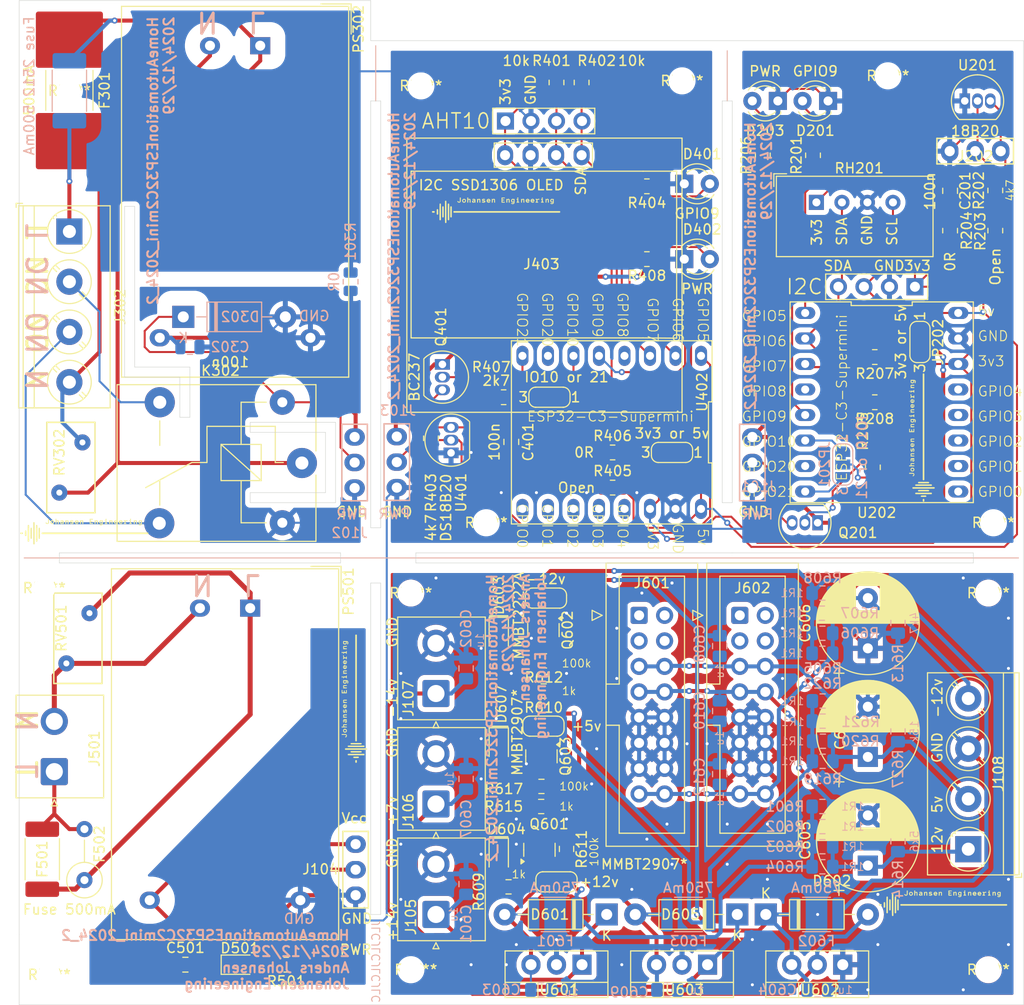
<source format=kicad_pcb>
(kicad_pcb (version 20240108) (generator "pcbnew") (generator_version "8.0")
  (layers (0 "F.Cu" signal) (31 "B.Cu" signal) (34 "B.Paste" user) (35 "F.Paste" user) (36 "B.SilkS" user "B.Silkscreen") (37 "F.SilkS" user "F.Silkscreen") (38 "B.Mask" user) (39 "F.Mask" user) (44 "Edge.Cuts" user))
  (net 0 "")
  (net 1 "Net-(D201-A)")
  (net 2 "Net-(D203-A)")
  (net 3 "/Power_RLY_Euro-1/PWR_RLY")
  (net 4 "/Power_RLY_Euro-1/230v_L")
  (net 5 "/Power_RLY_Euro-1/230v_IN")
  (net 6 "/ESP32-C3-Euro-1/DQ")
  (net 7 "/ESP32-C3-Euro-1/SDA")
  (net 8 "/ESP32-C3-Euro-1/SCL")
  (net 9 "/Power_RLY_Euro-1/230v_NO")
  (net 10 "/Power_RLY_Euro-1/230v_N")
  (net 11 "/Power_RLY_Euro-1/230v_NC")
  (net 12 "Net-(JP201-A)")
  (net 13 "Net-(JP201-B)")
  (net 14 "Net-(JP201-C)")
  (net 15 "Net-(Q201-B)")
  (net 16 "Net-(R201-+)")
  (net 24 "/ESP32-C3-Euro-1/Vsig")
  (net 25 "/Power_RLY_Euro-1/PWR_VCC")
  (net 26 "/ESP32-C3-Euro-1/ESP_VCC")
  (net 27 "/ESP32-C3-Euro-1/ESP_RLY")
  (net 28 "/ESP32-C3-Euro-OLED/Vsig")
  (net 29 "Net-(D401-A)")
  (net 30 "Net-(D402-A)")
  (net 31 "/ESP32-C3-Euro-OLED/SCL")
  (net 32 "/ESP32-C3-Euro-OLED/SDA")
  (net 33 "Net-(JP401-B)")
  (net 34 "Net-(JP401-A)")
  (net 35 "Net-(JP401-C)")
  (net 36 "/ESP32-C3-Euro-OLED/ESP_VCC")
  (net 37 "Net-(Q401-B)")
  (net 38 "/ESP32-C3-Euro-OLED/ESP_RLY")
  (net 39 "Net-(R404-+)")
  (net 47 "/Power_Euro-2/PWR_VCC")
  (net 48 "Net-(D501-A)")
  (net 49 "/Power_Euro-2/230v_IN")
  (net 50 "/Power_Euro-2/230v_L")
  (net 51 "/Power_Euro-2/PWR_LED")
  (net 52 "/Power_Euro-2/230v_N")
  (net 53 "/EURORACK_PSU_3/Vin+13V")
  (net 54 "GND")
  (net 55 "/EURORACK_PSU_3/Vin-13V")
  (net 56 "/EURORACK_PSU_3/+12v_reg")
  (net 57 "/EURORACK_PSU_3/-12v_reg")
  (net 58 "/EURORACK_PSU_3/+12v_out")
  (net 59 "/EURORACK_PSU_3/-12v_out")
  (net 60 "/EURORACK_PSU_3/Vin+6V")
  (net 61 "/EURORACK_PSU_3/+5v_reg")
  (net 62 "/EURORACK_PSU_3/+5v_out")
  (net 63 "Net-(D603-K)")
  (net 64 "Net-(D604-A)")
  (net 65 "Net-(D607-A)")
  (net 66 "Net-(JP601-B)")
  (net 67 "Net-(JP602-B)")
  (net 68 "Net-(JP603-B)")
  (net 69 "Net-(JP601-C)")
  (net 70 "Net-(JP602-C)")
  (net 71 "Net-(JP603-C)")
  (net 72 "Net-(Q601-C)")
  (net 73 "Net-(Q602-C)")
  (net 74 "Net-(Q601-B)")
  (net 75 "Net-(Q602-B)")
  (net 76 "Net-(Q603-C)")
  (net 77 "Net-(Q603-B)")
  (net 86 "/GND")
  (net 87 "+3.3V")
  (net 88 "+5V")
  (net 89 "/ESP32-C3-Euro-OLED/DQ")
  (net 90 "/Power_RLY_Euro-1/PWR_GND")
  (footprint "Diode_THT:D_DO-41_SOD81_P10.16mm_Horizontal" (layer "F.Cu") (at 121.5 141 180)
    (property "Reference" "D605")
    (property "Value" "1N4001")
  )
  (footprint "Diode_THT:D_DO-41_SOD81_P10.16mm_Horizontal" (layer "F.Cu") (at 124.34 141)
    (property "Reference" "D602")
    (property "Value" "1N4001")
  )
  (footprint "AJ_2024_Library:Johansen_engineering_logo_15mm" (layer "F.Cu") (at 142 140)
    (property "Reference" "G***" (hide yes))
    (property "Value" "LOGO" (hide yes))
  )
  (footprint "Jumper:SolderJumper-3_P1.3mm_Bridged12_RoundedPad1.0x1.5mm_NumberLabels" (layer "F.Cu") (at 139.69 84 -90)
    (property "Reference" "JP202")
    (property "Value" "3v3 or 5v")
  )
  (footprint "Jumper:SolderJumper-3_P1.3mm_Bridged12_RoundedPad1.0x1.5mm_NumberLabels" (layer "F.Cu") (at 102.45 109.5 180)
    (property "Reference" "JP602" (hide yes))
    (property "Value" "-12v")
  )
  (footprint "Package_TO_SOT_SMD:SOT-23" (layer "F.Cu") (at 101.8 134.5625 90)
    (property "Reference" "Q601")
    (property "Value" "MMBT2907*")
  )
  (footprint "MountingHole:MountingHole_2.2mm_M2" (layer "F.Cu") (at 146.5 146.5)
    (property "Reference" "REF**")
    (property "Value" "MountingHole_2.2mm_M2" (hide yes))
  )
  (footprint "Relay_THT:Relay_SPDT_SANYOU_SRD_Series_Form_C" (layer "F.Cu") (at 78.15 96.05 180)
    (property "Reference" "K302")
    (property "Value" "3V Relay")
  )
  (footprint "AJ_2024_Library:R_0805_AJ" (layer "F.Cu") (at 98.725 138.25 180)
    (property "Reference" "R609")
    (property "Value" "1k")
  )
  (footprint "LED_THT:LED_D3.0mm" (layer "F.Cu") (at 125.54 60 180)
    (property "Reference" "D203")
    (property "Value" "PWR")
  )
  (footprint "Resistor_SMD:R_0805_2012Metric" (layer "F.Cu") (at 147.19 68.9125 90)
    (property "Reference" "R202")
    (property "Value" "4k7")
  )
  (footprint "PCM_4ms_Connector:Pins_1x03_2.54mm_TH" (layer "F.Cu") (at 145.19 65 -90)
    (property "Reference" "J202")
    (property "Value" "18B20")
  )
  (footprint "Resistor_SMD:R_0805_2012Metric" (layer "F.Cu") (at 135.19 85.5 180)
    (property "Reference" "R207")
    (property "Value" "10k")
  )
  (footprint "AJ_2024_Library:Johansen_engineering_logo_15mm" (layer "F.Cu") (at 97.5 71)
    (property "Reference" "G***" (hide yes))
    (property "Value" "LOGO" (hide yes))
  )
  (footprint "AJ_2024_Library:R_0805_AJ" (layer "F.Cu") (at 102.225 118.75 180)
    (property "Reference" "R610")
    (property "Value" "1k")
  )
  (footprint "Resistor_SMD:R_0805_2012Metric" (layer "F.Cu") (at 112.5 75.75 180)
    (property "Reference" "R408")
    (property "Value" "1k")
  )
  (footprint "Capacitor_SMD:C_0805_2012Metric" (layer "F.Cu") (at 142.69 68.95 90)
    (property "Reference" "C201")
    (property "Value" "100n")
  )
  (footprint "Resistor_SMD:R_0805_2012Metric" (layer "F.Cu") (at 112.5 68.5 180)
    (property "Reference" "R404")
    (property "Value" "1k")
  )
  (footprint "Package_TO_SOT_THT:TO-220-3_Vertical" (layer "F.Cu") (at 106.04 146 180)
    (property "Reference" "U601")
    (property "Value" "LM7812_TO220")
  )
  (footprint "Converter_ACDC:Converter_ACDC_Hi-Link_HLK-PMxx" (layer "F.Cu") (at 74 54.5025 -90)
    (property "Reference" "PS302")
    (property "Value" "HLK-PM01")
  )
  (footprint "Connector_JST:JST_NV_B02P-NV_1x02_P5.00mm_Vertical" (layer "F.Cu") (at 91.5 141 90)
    (property "Reference" "J105")
    (property "Value" "+13V" (hide yes))
  )
  (footprint "Inductor_THT:L_Axial_L7.0mm_D3.3mm_P5.08mm_Vertical_Fastron_MICC" (layer "F.Cu") (at 56.5 137.58 90)
    (property "Reference" "F502")
    (property "Value" "Fuse 500mA")
  )
  (footprint "Sensor:ASAIR_AM2302_P2.54mm_Vertical" (layer "F.Cu") (at 129.38 70.1)
    (property "Reference" "RH201")
    (property "Value" "AM2320")
  )
  (footprint "MountingHole:MountingHole_2.2mm_M2" (layer "F.Cu") (at 89 146.5)
    (property "Reference" "REF**")
    (property "Value" "MountingHole_2.2mm_M2" (hide yes))
  )
  (footprint "Package_TO_SOT_THT:TO-220-3_Vertical" (layer "F.Cu") (at 132 146 180)
    (property "Reference" "U602")
    (property "Value" "LM7912_TO220")
  )
  (footprint "TerminalBlock_Phoenix:TerminalBlock_Phoenix_PT-1,5-4-5.0-H_1x04_P5.00mm_Horizontal" (layer "F.Cu") (at 55 73 -90)
    (property "Reference" "J302")
    (property "Value" "230V")
  )
  (footprint "Resistor_SMD:R_0805_2012Metric" (layer "F.Cu") (at 91 93.5875 -90)
    (property "Reference" "R403")
    (property "Value" "4k7")
  )
  (footprint "Resistor_SMD:R_0805_2012Metric" (layer "F.Cu") (at 98.2375 89.5 180)
    (property "Reference" "R407")
    (property "Value" "2k7")
  )
  (footprint "Fuse:Fuse_2512_6332Metric_Pad1.52x3.35mm_HandSolder" (layer "F.Cu") (at 52.3 135.5 90)
    (property "Reference" "F501")
    (property "Value" "Fuse 2512 500mA")
  )
  (footprint "LED_THT:LED_D3.0mm" (layer "F.Cu") (at 116.225 68.25)
    (property "Reference" "D401")
    (property "Value" "GPIO9")
  )
  (footprint "AJ_2024_Library:ESP32-C3-Supermini" (layer "F.Cu") (at 109 93 -90)
    (property "Reference" "U402")
    (property "Value" "~")
  )
  (footprint "PCM_4ms_Connector:Pins_1x04_2.54mm_TH" (layer "F.Cu") (at 102.23 62 90)
    (property "Reference" "J401" (hide yes))
    (property "Value" "AHT10")
  )
  (footprint "AJ_2024_Library:Johansen_engineering_logo_15mm" (layer "F.Cu") (at 140 93.5 90)
    (property "Reference" "G***" (hide yes))
    (property "Value" "LOGO" (hide yes))
  )
  (footprint "Package_TO_SOT_THT:TO-220-3_Vertical" (layer "F.Cu") (at 118.54 146 180)
    (property "Reference" "U603")
    (property "Value" "LM7805_TO220")
  )
  (footprint "TerminalBlock_Phoenix:TerminalBlock_Phoenix_PT-1,5-4-5.0-H_1x04_P5.00mm_Horizontal" (layer "F.Cu") (at 144.5 134.5 90)
    (property "Reference" "J108")
    (property "Value" "Output")
  )
  (footprint "AJ_2024_Library:R_0805_AJ" (layer "F.Cu") (at 102.25 115.75 180)
    (property "Reference" "R612")
    (property "Value" "100k")
  )
  (footprint "Resistor_SMD:R_0805_2012Metric" (layer "F.Cu") (at 135 96.4775 90)
    (property "Reference" "R205")
    (property "Value" "2k7")
  )
  (footprint "Varistor:RV_Disc_D9mm_W4.8mm_P5mm" (layer "F.Cu") (at 57 111 -90)
    (property "Reference" "RV501")
    (property "Value" "Varistor")
  )
  (footprint "Capacitor_THT:CP_Radial_D10.0mm_P5.00mm" (layer "F.Cu") (at 134.5 125.316161 90)
    (property "Reference" "C611")
    (property "Value" "1000uF")
  )
  (footprint "MountingHole:MountingHole_2.2mm_M2" (layer "F.Cu") (at 52.5 108.5)
    (property "Reference" "REF**")
    (property "Value" "MountingHole_2.2mm_M2" (hide yes))
  )
  (footprint "AJ_2024_Library:ESP32-C3-Supermini" (layer "F.Cu") (at 135.88 90)
    (property "Reference" "U202")
    (property "Value" "~")
  )
  (footprint "PCM_4ms_Connector:Pins_1x03_2.54mm_TH" (layer "F.Cu") (at 83.5 136.54)
    (property "Reference" "J104")
    (property "Value" "PWR")
  )
  (footprint "AJ_2024_Library:Johansen_engineering_logo_15mm" (layer "F.Cu") (at 83.5 119.5 90)
    (property "Reference" "G***" (hide yes))
    (property "Value" "LOGO" (hide yes))
  )
  (footprint "Resistor_SMD:R_0805_2012Metric" (layer "F.Cu") (at 106 58.1625 -90)
    (property "Reference" "R402")
    (property "Value" "10k")
  )
  (footprint "Jumper:SolderJumper-3_P1.3mm_Bridged12_RoundedPad1.0x1.5mm_NumberLabels" (layer "F.Cu") (at 102.2 122.25 180)
    (property "Reference" "JP603" (hide yes))
    (property "Value" "+5v")
  )
  (footprint "AJ_2024_Library:D_0805_AJ" (layer "F.Cu") (at 97.75 124.275 -90)
    (property "Reference" "D607")
    (property "Value" "5v" (hide yes))
  )
  (footprint "Capacitor_THT:CP_Radial_D10.0mm_P5.00mm" (layer "F.Cu") (at 134.5 114.5 90)
    (property "Reference" "C606")
    (property "Value" "1000uF")
  )
  (footprint "Converter_ACDC:Converter_ACDC_Hi-Link_HLK-PMxx" (layer "F.Cu") (at 73 110.5 -90)
    (property "Reference" "PS501")
    (property "Value" "HLK-PM01")
  )
  (footprint "Jumper:SolderJumper-3_P1.3mm_Bridged12_RoundedPad1.0x1.5mm_NumberLabels" (layer "F.Cu") (at 103.5 137.75)
    (property "Reference" "JP601" (hide yes))
    (property "Value" "+12v")
  )
  (footprint "Package_TO_SOT_THT:TO-92_Inline" (layer "F.Cu") (at 92.14 86.23 -90)
    (property "Reference" "Q401")
    (property "Value" "BC237")
  )
  (footprint "MountingHole:MountingHole_2.2mm_M2" (layer "F.Cu") (at 147 102)
    (property "Reference" "REF**")
    (property "Value" "MountingHole_2.2mm_M2" (hide yes))
  )
  (footprint "Package_TO_SOT_THT:TO-92_Inline" (layer "F.Cu") (at 129.5 102 180)
    (property "Reference" "Q201")
    (property "Value" "BC237")
  )
  (footprint "MountingHole:MountingHole_2.2mm_M2" (layer "F.Cu") (at 96.5 102)
    (property "Reference" "REF**")
    (property "Value" "MountingHole_2.2mm_M2" (hide yes))
  )
  (footprint "Resistor_SMD:R_0805_2012Metric" (layer "F.Cu") (at 129.04 65.4125 90)
    (property "Reference" "R201")
    (property "Value" "1k")
  )
  (footprint "Jumper:SolderJumper-3_P1.3mm_Bridged12_RoundedPad1.0x1.5mm_NumberLabels" (layer "F.Cu") (at 115 95 180)
    (property "Reference" "JP402" (hide yes))
    (property "Value" "3v3 or 5v")
  )
  (footprint "MountingHole:MountingHole_2.2mm_M2" (layer "F.Cu") (at 146.5 109)
    (property "Reference" "REF**")
    (property "Value" "MountingHole_2.2mm_M2" (hide yes))
  )
  (footprint "LED_THT:LED_D3.0mm" (layer "F.Cu") (at 130.54 60 180)
    (property "Reference" "D201")
    (property "Value" "GPIO9")
  )
  (footprint "AJ_SSD1306_OLED:128x64OLED" (layer "F.Cu") (at 102 76)
    (property "Reference" "J403")
    (property "Value" "I2C SSD1306 OLED")
  )
  (footprint "MountingHole:MountingHole_2.2mm_M2" (layer "F.Cu") (at 55 58.9875)
    (property "Reference" "REF**")
    (property "Value" "MountingHole_2.2mm_M2" (hide yes))
  )
  (footprint "MountingHole:MountingHole_2.2mm_M2" (layer "F.Cu") (at 89 109)
    (property "Reference" "REF**")
    (property "Value" "MountingHole_2.2mm_M2" (hide yes))
  )
  (footprint "MountingHole:MountingHole_2.2mm_M2" (layer "F.Cu") (at 136.5 57.5)
    (property "Reference" "REF**")
    (property "Value" "MountingHole_2.2mm_M2")
  )
  (footprint "AJ_2024_Library:D_0805_AJ" (layer "F.Cu") (at 97.75 113.275 -90)
    (property "Reference" "D603")
    (property "Value" "-12v" (hide yes))
  )
  (footprint "AJ_2024_Library:R_0805_AJ" (layer "F.Cu") (at 101.975 130.25 180)
    (property "Reference" "R615")
    (property "Value" "1k")
  )
  (footprint "MountingHole:MountingHole_2.2mm_M2" (layer "F.Cu") (at 90 58.5)
    (property "Reference" "REF**")
    (property "Value" "MountingHole_2.2mm_M2" (hide yes))
  )
  (footprint "Resistor_SMD:R_0805_2012Metric" (layer "F.Cu") (at 103.5 58.1625 -90)
    (property "Reference" "R401")
    (property "Value" "10k")
  )
  (footprint "Connector_JST:JST_NV_B02P-NV_1x02_P5.00mm_Vertical" (layer "F.Cu") (at 53.5 126.7775 90)
    (property "Reference" "J501")
    (property "Value" "230V")
  )
  (footprint "Package_TO_SOT_THT:TO-92_Inline" (layer "F.Cu") (at 93 95.04 90)
    (property "Reference" "U401")
    (property "Value" "DS18B20")
  )
  (footprint "Resistor_SMD:R_0805_2012Metric" (layer "F.Cu") (at 142.69 72.9125 -90)
    (property "Reference" "R204")
    (property "Value" "0R")
  )
  (footprint "Capacitor_SMD:C_0805_2012Metric" (layer "F.Cu") (at 66.55 146)
    (property "Reference" "C501")
    (property "Value" "100n")
  )
  (footprint "Resistor_SMD:R_0805_2012Metric" (layer "F.Cu") (at 109.0875 95)
    (property "Reference" "R406")
    (property "Value" "0R")
  )
  (footprint "Package_TO_SOT_SMD:SOT-23" (layer "F.Cu") (at 102.2 112.6875 -90)
    (property "Reference" "Q602")
    (property "Value" "MMBT2222A")
  )
  (footprint "Fuse:Fuse_Littelfuse-NANO2-462" (layer "F.Cu") (at 55 58.95 90)
    (property "Reference" "F301")
    (property "Value" "500mA")
  )
  (footprint "Resistor_SMD:R_0805_2012Metric" (layer "F.Cu") (at 135.19 90 180)
    (property "Reference" "R208")
    (property "Value" "10k")
  )
  (footprint "Resistor_SMD:R_0805_2012Metric" (layer "F.Cu") (at 124.04 65.4125 90)
    (property "Reference" "R206")
    (property "Value" "1k")
  )
  (footprint "PCM_4ms_Connector:Pins_1x04_2.54mm_TH" (layer "F.Cu") (at 135.38 78.5 -90)
    (property "Reference" "J201" (hide yes))
    (property "Value" "I2C")
  )
  (footprint "Connector_IDC:IDC-Header_2x08_P2.54mm_Vertical" (layer "F.Cu") (at 121.75 111.22)
    (property "Reference" "J602")
    (property "Value" "Eurorack_Power_16pin_Shrouded")
  )
  (footprint "Jumper:SolderJumper-3_P1.3mm_Bridged12_RoundedPad1.0x1.5mm_NumberLabels" (layer "F.Cu") (at 102.8 89.5 180)
    (property "Reference" "JP401" (hide yes))
    (property "Value" "IO10 or 21")
  )
  (footprint "Capacitor_SMD:C_0805_2012Metric" (layer "F.Cu") (at 99 93.95 -90)
    (property "Reference" "C401")
    (property "Value" "100n")
  )
  (footprint "MountingHole:MountingHole_2.2mm_M2" (layer "F.Cu") (at 53 147)
    (property "Reference" "REF**")
    (property "Value" "MountingHole_2.2mm_M2" (hide yes))
  )
  (footprint "LED_THT:LED_D3.0mm" (layer "F.Cu") (at 116.225 75.75)
    (property "Reference" "D402")
    (property "Value" "PWR")
  )
  (footprint "Diode_THT:D_DO-41_SOD81_P10.16mm_Horizontal" (layer "F.Cu") (at 108.5 141 180)
    (property "Reference" "D601")
    (property "Value" "1N4001")
  )
  (footprint "AJ_2024_Library:Johansen_engineering_logo_15mm" (layer "F.Cu") (at 56.5 103)
    (property "Reference" "G***" (hide yes))
    (property "Value" "LOGO" (hide yes))
  )
  (footprint "Connector_JST:JST_NV_B02P-NV_1x02_P5.00mm_Vertical" (layer "F.Cu") (at 91.5 119 90)
    (property "Reference" "J107")
    (property "Value" "-13V" (hide yes))
  )
  (footprint "Resistor_SMD:R_0805_2012Metric" (layer "F.Cu") (at 109.0875 98.5)
    (property "Reference" "R405")
    (property "Value" "Open")
  )
  (footprint "Resistor_SMD:R_0805_2012Metric" (layer "F.Cu") (at 147.19 72.9125 -90)
    (property "Reference" "R203")
    (property "Value" "Open")
  )
  (footprint "Connector_JST:JST_NV_B02P-NV_1x02_P5.00mm_Vertical" (layer "F.Cu") (at 91.5 130 90)
    (property "Reference" "J106")
    (property "Value" "+6V" (hide yes))
  )
  (footprint "Resistor_SMD:R_0805_2012Metric" (layer "F.Cu") (at 76.5875 146 180)
    (property "Reference" "R501")
    (property "Value" "1k")
  )
  (footprint "Package_TO_SOT_THT:TO-92_Inline" (layer "F.Cu") (at 144.15 60)
    (property "Reference" "U201")
    (property "Value" "DS18B20")
  )
  (footprint "AJ_2024_Library:R_0805_AJ" (layer "F.Cu") (at 104.5 134.475 90)
    (property "Reference" "R611")
    (property "Value" "100k")
  )
  (footprint "Capacitor_THT:CP_Radial_D10.0mm_P5.00mm" (layer "F.Cu") (at 134.5 136.132323 90)
    (property "Reference" "C605")
    (property "Value" "1000uF")
  )
  (footprint "MountingHole:MountingHole_2.2mm_M2" (layer "F.Cu") (at 116 58)
    (property "Reference" "REF**")
    (property "Value" "MountingHole_2.2mm_M2")
  )
  (footprint "LED_SMD:LED_0805_2012Metric_Pad1.15x1.40mm_HandSolder" (layer "F.Cu") (at 71.975 146)
    (property "Reference" "D501")
    (property "Value" "PWR")
  )
  (footprint "AJ_2024_Library:D_0805_AJ" (layer "F.Cu") (at 97.75 135.275 -90)
    (property "Reference" "D604")
    (property "Value" "+12v" (hide yes))
  )
  (footprint "Package_TO_SOT_SMD:SOT-23" (layer "F.Cu") (at 102 125.25 -90)
    (property "Reference" "Q603")
    (property "Value" "MMBT2907*")
  )
  (footprint "Connector_IDC:IDC-Header_2x08_P2.54mm_Vertical" (layer "F.Cu") (at 111.725 111.22)
    (property "Reference" "J601")
    (property "Value" "Eurorack_Power_16pin_Shrouded")
  )
  (footprint "Varistor:RV_Disc_D9mm_W4.8mm_P5mm" (layer "F.Cu") (at 54 99 90)
    (property "Reference" "RV302")
    (property "Value" "Varistor")
  )
  (footprint "AJ_2024_Library:R_0805_AJ" (layer "F.Cu") (at 102 128.25 180)
    (property "Reference" "R617")
    (property "Value" "100k")
  )
  (footprint "AJ_2024_Library:R_0805_AJ" (layer "B.Cu") (at 129.975 115)
    (property "Reference" "R605")
    (property "Value" "1R1")
  )
  (footprint "Jumper:SolderJumper-3_P1.3mm_Bridged12_RoundedPad1.0x1.5mm_NumberLabels" (layer "B.Cu") (at 132 96.2 -90)
    (property "Reference" "JP201")
    (property "Value" "IO10 or 21")
  )
  (footprint "AJ_2024_Library:R_0805_AJ" (layer "B.Cu") (at 137.5 111.975 -90)
    (property "Reference" "R613")
    (property "Value" "4k7")
  )
  (footprint "Fuse:Fuse_1812_4532Metric" (layer "B.Cu") (at 116.6375 141)
    (property "Reference" "F603")
    (property "Value" "750mA")
  )
  (footprint "Fuse:Fuse_1812_4532Metric" (layer "B.Cu") (at 103.3625 141)
    (property "Reference" "F601")
    (property "Value" "750mA")
  )
  (footprint "AJ_2024_Library:R_0805_AJ" (layer "B.Cu") (at 137.5 122.775 -90)
    (property "Reference" "R627")
    (property "Value" "15k")
  )
  (footprint "AJ_2024_Library:C_0805_AJ" (layer "B.Cu") (at 119.75 120.75 -90)
    (property "Reference" "C610")
    (property "Value" "1u")
  )
  (footprint "AJ_2024_Library:R_0805_AJ" (layer "B.Cu") (at 129.975 113)
    (property "Reference" "R606")
    (property "Value" "1R1")
  )
  (footprint "AJ_2024_Library:C_0805_AJ" (layer "B.Cu") (at 119.75 114.275 90)
    (property "Reference" "C608")
    (property "Value" "1u")
  )
  (footprint "PCM_4ms_Connector:Pins_1x03_2.54mm_TH" (layer "B.Cu") (at 123 96 180)
    (property "Reference" "J101")
    (property "Value" "PWR")
  )
  (footprint "AJ_2024_Library:C_0805_AJ" (layer "B.Cu") (at 94.5 116.5 -90)
    (property "Reference" "C602")
    (property "Value" "1u")
  )
  (footprint "AJ_2024_Library:R_0805_AJ" (layer "B.Cu") (at 130 119.75)
    (property "Reference" "R622")
    (property "Value" "1R1")
  )
  (footprint "AJ_2024_Library:R_0805_AJ" (layer "B.Cu") (at 129.975 136.25)
    (property "Reference" "R604")
    (property "Value" "1R1")
  )
  (footprint "AJ_2024_Library:R_0805_AJ" (layer "B.Cu") (at 129.975 109)
    (property "Reference" "R608")
    (property "Value" "1R1")
  )
  (footprint "AJ_2024_Library:C_0805_AJ" (layer "B.Cu") (at 94.5 127.5 90)
    (property "Reference" "C607")
    (property "Value" "1u")
  )
  (footprint "AJ_2024_Library:R_0805_AJ" (layer "B.Cu") (at 130 121.75)
    (property "Reference" "R621")
    (property "Value" "1R1")
  )
  (footprint "Diode_THT:D_DO-41_SOD81_P10.16mm_Horizontal" (layer "B.Cu") (at 66.34 81.5)
    (property "Reference" "D302")
    (property "Value" "DIODE")
  )
  (footprint "Fuse:Fuse_1812_4532Metric" (layer "B.Cu") (at 129.3875 141)
    (property "Reference" "F602")
    (property "Value" "750mA")
  )
  (footprint "AJ_2024_Library:R_0805_AJ" (layer "B.Cu") (at 129.975 134.25)
    (property "Reference" "R603")
    (property "Value" "1R1")
  )
  (footprint "AJ_2024_Library:R_0805_AJ" (layer "B.Cu") (at 130.025 123.75)
    (property "Reference" "R620")
    (property "Value" "1R1")
  )
  (footprint "PCM_4ms_Connector:Pins_1x03_2.54mm_TH" (layer "B.Cu") (at 83.4 96 180)
    (property "Reference" "J102")
    (property "Value" "PWR")
  )
  (footprint "AJ_2024_Library:R_0805_AJ" (layer "B.Cu") (at 137.5 133.725 -90)
    (property "Reference" "R614")
    (property "Value" "5k6")
  )
  (footprint "Resistor_SMD:R_0805_2012Metric" (layer "B.Cu") (at 83 78 90)
    (property "Reference" "R301")
    (property "Value" "0R")
  )
  (footprint "PCM_4ms_Connector:Pins_1x03_2.54mm_TH" (layer "B.Cu") (at 87.6 95.96 180)
    (property "Reference" "J103")
    (property "Value" "PWR")
  )
  (footprint "Capacitor_SMD:C_0805_2012Metric" (layer "B.Cu") (at 67 84.5)
    (property "Reference" "C302")
    (property "Value" "100n")
  )
  (footprint "AJ_2024_Library:C_0805_AJ" (layer "B.Cu") (at 129.475 148.5 180)
    (property "Reference" "C604")
    (property "Value" "1u")
  )
  (footprint "AJ_2024_Library:R_0805_AJ" (layer "B.Cu") (at 129.925 111)
    (property "Reference" "R607")
    (property "Value" "1R1")
  )
  (footprint "AJ_2024_Library:R_0805_AJ" (layer "B.Cu") (at 130 125.75)
    (property "Reference" "R619")
    (property "Value" "1R1")
  )
  (footprint "AJ_2024_Library:C_0805_AJ" (layer "B.Cu") (at 94.5 137.975 90)
    (property "Reference" "C601")
    (property "Value" "1u")
  )
  (footprint "AJ_2024_Library:R_0805_AJ" (layer "B.Cu") (at 129.975 130.25)
    (property "Reference" "R601")
    (property "Value" "1R1")
  )
  (footprint "AJ_2024_Library:C_0805_AJ" (layer "B.Cu") (at 101.975 148.5)
    (property "Reference" "C603")
    (property "Value" "1u")
  )
  (footprint "AJ_2024_Library:R_0805_AJ" (layer "B.Cu") (at 129.975 132.25)
    (property "Reference" "R602")
    (property "Value" "1R1")
  )
  (footprint "AJ_2024_Library:C_0805_AJ" (layer "B.Cu") (at 114.525 148.5)
    (property "Reference" "C609")
    (property "Value" "1u")
  )
  (footprint "AJ_2024_Library:C_0805_AJ" (layer "B.Cu") (at 119.75 127.025 90)
    (property "Reference" "C612")
    (property "Value" "1u")
  )
  (footprint "Fuse:Fuse_2512_6332Metric_Pad1.52x3.35mm_HandSolder" (layer "B.Cu") (at 55 58.9875 90)
    (property "Reference" "F302" (hide yes))
    (property "Value" "Fuse 2512 500mA")
  )
  (gr_line (start 85.5 60) (end 85.5 54.5) (stroke (width 0.1)) (layer "B.SilkS"))
  (gr_line (start 50.5 105.5) (end 149.5 105.5) (stroke (width 0.1)) (layer "B.SilkS"))
  (gr_line (start 120.5 60) (end 120.5 55) (stroke (width 0.1)) (layer "B.SilkS"))
  (gr_line (start 73 93) (end 73 92) (stroke (width 0.05)) (layer "Edge.Cuts"))
  (gr_line (start 73 100) (end 73 99) (stroke (width 0.05)) (layer "Edge.Cuts"))
  (gr_line (start 121 60) (end 120 60) (stroke (width 0.05)) (layer "Edge.Cuts"))
  (gr_line (start 67 86.5) (end 67 91.5) (stroke (width 0.05)) (layer "Edge.Cuts"))
  (gr_line (start 85 102.5) (end 86 102.5) (stroke (width 0.05)) (layer "Edge.Cuts"))
  (gr_line (start 81.5 92) (end 81.5 100) (stroke (width 0.05)) (layer "Edge.Cuts"))
  (gr_line (start 61.5 86.5) (end 67 86.5) (stroke (width 0.05)) (layer "Edge.Cuts"))
  (gr_line (start 60.5 87.5) (end 60.5 70.5) (stroke (width 0.05)) (layer "Edge.Cuts"))
  (gr_line (start 86 141) (end 86 108) (stroke (width 0.05)) (layer "Edge.Cuts"))
  (gr_line (start 82 106) (end 54 106) (stroke (width 0.05)) (layer "Edge.Cuts"))
  (gr_line (start 89.5 106) (end 89.5 105) (stroke (width 0.05)) (layer "Edge.Cuts"))
  (gr_line (start 66 87.5) (end 60.5 87.5) (stroke (width 0.05)) (layer "Edge.Cuts"))
  (gr_line (start 89.5 106) (end 145 106) (stroke (width 0.05)) (layer "Edge.Cuts"))
  (gr_line (start 150 150) (end 56 150) (stroke (width 0.05)) (layer "Edge.Cuts"))
  (gr_line (start 85 108) (end 86 108) (stroke (width 0.05)) (layer "Edge.Cuts"))
  (gr_line (start 54 105) (end 82 105) (stroke (width 0.05)) (layer "Edge.Cuts"))
  (gr_line (start 80.5 93) (end 73 93) (stroke (width 0.05)) (layer "Edge.Cuts"))
  (gr_line (start 121 100) (end 121 60) (stroke (width 0.05)) (layer "Edge.Cuts"))
  (gr_line (start 54 106) (end 54 105) (stroke (width 0.05)) (layer "Edge.Cuts"))
  (gr_line (start 120 60) (end 120 100) (stroke (width 0.05)) (layer "Edge.Cuts"))
  (gr_line (start 50 150) (end 50 143) (stroke (width 0.05)) (layer "Edge.Cuts"))
  (gr_line (start 86 60) (end 86 102.5) (stroke (width 0.05)) (layer "Edge.Cuts"))
  (gr_line (start 85 141) (end 86 141) (stroke (width 0.05)) (layer "Edge.Cuts"))
  (gr_line (start 50 50) (end 85 50) (stroke (width 0.05)) (layer "Edge.Cuts"))
  (gr_line (start 73 99) (end 80.5 99) (stroke (width 0.05)) (layer "Edge.Cuts"))
  (gr_line (start 145 106) (end 145 105) (stroke (width 0.05)) (layer "Edge.Cuts"))
  (gr_line (start 60.5 70.5) (end 61.5 70.5) (stroke (width 0.05)) (layer "Edge.Cuts"))
  (gr_line (start 61.5 70.5) (end 61.5 86.5) (stroke (width 0.05)) (layer "Edge.Cuts"))
  (gr_line (start 50 143) (end 50 50) (stroke (width 0.05)) (layer "Edge.Cuts"))
  (gr_line (start 56 150) (end 50 150) (stroke (width 0.05)) (layer "Edge.Cuts"))
  (gr_line (start 85 60) (end 86 60) (stroke (width 0.05)) (layer "Edge.Cuts"))
  (gr_line (start 67 91.5) (end 66 91.5) (stroke (width 0.05)) (layer "Edge.Cuts"))
  (gr_line (start 81.5 100) (end 73 100) (stroke (width 0.05)) (layer "Edge.Cuts"))
  (gr_line (start 85 54) (end 150 54) (stroke (width 0.05)) (layer "Edge.Cuts"))
  (gr_line (start 121 105) (end 145 105) (stroke (width 0.05)) (layer "Edge.Cuts"))
  (gr_line (start 80.5 99) (end 80.5 93) (stroke (width 0.05)) (layer "Edge.Cuts"))
  (gr_line (start 85 108) (end 85 141) (stroke (width 0.05)) (layer "Edge.Cuts"))
  (gr_line (start 150 54) (end 150 150) (stroke (width 0.05)) (layer "Edge.Cuts"))
  (gr_line (start 121 105) (end 89.5 105) (stroke (width 0.05)) (layer "Edge.Cuts"))
  (gr_line (start 85 50) (end 85 54) (stroke (width 0.05)) (layer "Edge.Cuts"))
  (gr_line (start 73 92) (end 81.5 92) (stroke (width 0.05)) (layer "Edge.Cuts"))
  (gr_line (start 120 100) (end 121 100) (stroke (width 0.05)) (layer "Edge.Cuts"))
  (gr_line (start 66 91.5) (end 66 87.5) (stroke (width 0.05)) (layer "Edge.Cuts"))
  (gr_line (start 85 102.5) (end 85 60) (stroke (width 0.05)) (layer "Edge.Cuts"))
  (gr_line (start 82 105) (end 82 106) (stroke (width 0.05)) (layer "Edge.Cuts"))
  (gr_text "HomeAutomationESP32C2mini_2024_2\n2024/12/29\nAnders Johansen\nJohansen Engineering" (at 83 148.5 0) (layer "B.SilkS") (effects (font (size 1 1) (thickness 0.2) (bold yes)) (justify left bottom mirror)))
  (gr_text "HomeAutomationESP32C2mini_2024_2\n2024/12/29\nAnders Johansen\nJohansen Engineering" (at 102.5 107 90) (layer "B.SilkS") (effects (font (size 1 1) (thickness 0.2) (bold yes)) (justify left bottom mirror)))
  (gr_text "N  L" (at 67.5 51 180) (layer "B.SilkS") (effects (font (size 2 2) (thickness 0.3)) (justify left bottom mirror)))
  (gr_text "N  L" (at 67 107 180) (layer "B.SilkS") (effects (font (size 2 2) (thickness 0.3)) (justify left bottom mirror)))
  (gr_text "N  L" (at 52 120.5 90) (layer "B.SilkS") (effects (font (size 2 2) (thickness 0.3)) (justify left bottom mirror)))
  (gr_text "N NO NC L" (at 50.5 89 270) (layer "B.SilkS") (effects (font (size 2 2) (thickness 0.3)) (justify left bottom mirror)))
  (gr_text "GND" (at 81 82 -0) (layer "B.SilkS") (effects (font (size 1 1)) (justify left bottom mirror)))
  (gr_text "HomeAutomationESP32C2mini_2024_2\n2024/12/29" (at 65.5 51.5 90) (layer "B.SilkS") (effects (font (size 1 1) (thickness 0.2) (bold yes)) (justify left bottom mirror)))
  (gr_text "HomeAutomationESP32C2mini_2024_2\n2024/12/29" (at 89.5 61 90) (layer "B.SilkS") (effects (font (size 1 1) (thickness 0.2) (bold yes)) (justify left bottom mirror)))
  (gr_text "GND" (at 79.5 142 -0) (layer "B.SilkS") (effects (font (size 1 1)) (justify left bottom mirror)))
  (gr_text "JLCJLCJLCJLC" (at 86 141.5 90) (layer "B.SilkS") (effects (font (size 0.8 0.8) (thickness 0.1)) (justify left bottom mirror)))
  (gr_text "HomeAutomationESP32C2mini_2024_2\n2024/12/29" (at 125 62 90) (layer "B.SilkS") (effects (font (size 1 1) (thickness 0.2) (bold yes)) (justify left bottom mirror)))
  (gr_text "12v" (at 142 135 90) (layer "F.SilkS") (effects (font (size 1 1)) (justify left bottom)))
  (gr_text "L NC NO N\n" (at 50.5 72 270) (layer "F.SilkS") (effects (font (size 2 2) (thickness 0.3)) (justify left bottom)))
  (gr_text "3v3" (at 130 74.5 90) (layer "F.SilkS") (effects (font (size 1 1)) (justify left bottom)))
  (gr_text "GND" (at 121.5 101.5 0) (layer "F.SilkS") (effects (font (size 1 1)) (justify left bottom)))
  (gr_text "SCL" (at 137.5 74.5 90) (layer "F.SilkS") (effects (font (size 1 1)) (justify left bottom)))
  (gr_text "GND" (at 87.75 136.5 90) (layer "F.SilkS") (effects (font (size 1 1)) (justify left bottom)))
  (gr_text "-12v" (at 142 121.5 90) (layer "F.SilkS") (effects (font (size 1 1)) (justify left bottom)))
  (gr_text "GND" (at 82 142 0) (layer "F.SilkS") (effects (font (size 1 1)) (justify left bottom)))
  (gr_text "GND" (at 87.75 114.5 90) (layer "F.SilkS") (effects (font (size 1 1)) (justify left bottom)))
  (gr_text "L  N" (at 52 127.5 90) (layer "F.SilkS") (effects (font (size 2 2) (thickness 0.3)) (justify left bottom)))
  (gr_text "3v3" (at 138 77 0) (layer "F.SilkS") (effects (font (size 1 1)) (justify left bottom)))
  (gr_text "GND" (at 142 126 90) (layer "F.SilkS") (effects (font (size 1 1)) (justify left bottom)))
  (gr_text "GND" (at 135 77 0) (layer "F.SilkS") (effects (font (size 1 1)) (justify left bottom)))
  (gr_text "+14v" (at 87.75 143.75 90) (layer "F.SilkS") (effects (font (size 1 1)) (justify left bottom)))
  (gr_text "GND" (at 135 74.5 90) (layer "F.SilkS") (effects (font (size 1 1)) (justify left bottom)))
  (gr_text "SDA" (at 106.5 69.5 90) (layer "F.SilkS") (effects (font (size 1 1)) (justify left bottom)))
  (gr_text "GND" (at 81.5 101.5 0) (layer "F.SilkS") (effects (font (size 1 1)) (justify left bottom)))
  (gr_text "GND" (at 86 101.5 0) (layer "F.SilkS") (effects (font (size 1 1)) (justify left bottom)))
  (gr_text "GND" (at 101.5 60.5 90) (layer "F.SilkS") (effects (font (size 1 1)) (justify left bottom)))
  (gr_text "Vcc" (at 82 132 0) (layer "F.SilkS") (effects (font (size 1 1)) (justify left bottom)))
  (gr_text "GND" (at 87.75 125.5 90) (layer "F.SilkS") (effects (font (size 1 1)) (justify left bottom)))
  (gr_text "SDA" (at 132.5 74.5 90) (layer "F.SilkS") (effects (font (size 1 1)) (justify left bottom)))
  (gr_text "5v" (at 142 131 90) (layer "F.SilkS") (effects (font (size 1 1)) (justify left bottom)))
  (gr_text "-14v" (at 87.75 121.5 90) (layer "F.SilkS") (effects (font (size 1 1)) (justify left bottom)))
  (gr_text "3v3" (at 99 60.5 90) (layer "F.SilkS") (effects (font (size 1 1)) (justify left bottom)))
  (gr_text "+7v" (at 87.75 132.25 90) (layer "F.SilkS") (effects (font (size 1 1)) (justify left bottom)))
  (gr_text "SDA" (at 130 77 0) (layer "F.SilkS") (effects (font (size 1 1)) (justify left bottom)))
  (segment (start 128 60.5) (end 129.04 61.54) (width 0.2) (layer "F.Cu") (net 1))
  (segment (start 129.04 61.54) (end 129.04 64.5) (width 0.2) (layer "F.Cu") (net 1))
  (segment (start 128 60) (end 128 60.5) (width 0.2) (layer "F.Cu") (net 1))
  (segment (start 123 60.5) (end 124.04 61.54) (width 0.2) (layer "F.Cu") (net 2))
  (segment (start 124.04 61.54) (end 124.04 64.5) (width 0.2) (layer "F.Cu") (net 2))
  (segment (start 123 60) (end 123 60.5) (width 0.2) (layer "F.Cu") (net 2))
  (segment (start 82 91.2) (end 80.8 90) (width 0.2) (layer "F.Cu") (net 3))
  (segment (start 80.8 90) (end 76.2 90) (width 0.2) (layer "F.Cu") (net 3))
  (segment (start 63 85) (end 62.5 84.5) (width 0.2) (layer "F.Cu") (net 3))
  (segment (start 76.2 90) (end 71.2 85) (width 0.2) (layer "F.Cu") (net 3))
  (segment (start 62.5 82.903077) (end 63.903077 81.5) (width 0.2) (layer "F.Cu") (net 3))
  (segment (start 63.903077 81.5) (end 66.34 81.5) (width 0.2) (layer "F.Cu") (net 3))
  (segment (start 71.2 85) (end 63 85) (width 0.2) (layer "F.Cu") (net 3))
  (segment (start 83.5 96) (end 82 94.5) (width 0.2) (layer "F.Cu") (net 3))
  (segment (start 82 94.5) (end 82 91.2) (width 0.2) (layer "F.Cu") (net 3))
  (segment (start 62.5 84.5) (end 62.5 82.903077) (width 0.2) (layer "F.Cu") (net 3))
  (segment (start 55 68) (end 55 64) (width 0.4) (layer "F.Cu") (net 4))
  (segment (start 55 73) (end 55 68) (width 0.4) (layer "F.Cu") (net 4))
  (via (at 55 68) (size 0.6) (drill 0.3) (layers "F.Cu" "B.Cu") (net 4))
  (segment (start 55 61.975) (end 55 68) (width 0.4) (layer "B.Cu") (net 4))
  (segment (start 74 56) (end 59.8 70.2) (width 0.4) (layer "F.Cu") (net 5))
  (segment (start 56.9 52) (end 55 53.9) (width 0.4) (layer "F.Cu") (net 5))
  (segment (start 78.15 96.05) (end 59.8 96.05) (width 0.4) (layer "F.Cu") (net 5))
  (segment (start 59.8 96.05) (end 56.85 99) (width 0.4) (layer "F.Cu") (net 5))
  (segment (start 59.8 95.85) (end 59.9 95.95) (width 0.4) (layer "F.Cu") (net 5))
  (segment (start 56.85 99) (end 54 99) (width 0.4) (layer "F.Cu") (net 5))
  (segment (start 71.4975 52) (end 59.5 52) (width 0.4) (layer "F.Cu") (net 5))
  (segment (start 59.8 70.2) (end 59.8 95.85) (width 0.4) (layer "F.Cu") (net 5))
  (segment (start 74 54.5025) (end 71.4975 52) (width 0.4) (layer "F.Cu") (net 5))
  (segment (start 59.5 52) (end 56.9 52) (width 0.4) (layer "F.Cu") (net 5))
  (segment (start 74 54.5025) (end 74 56) (width 0.4) (layer "F.Cu") (net 5))
  (via (at 59.5 52) (size 0.6) (drill 0.3) (layers "F.Cu" "B.Cu") (net 5))
  (segment (start 59 52) (end 59.5 52) (width 0.4) (layer "B.Cu") (net 5))
  (segment (start 55 56) (end 59 52) (width 0.4) (layer "B.Cu") (net 5))
  (segment (start 146.39 68.8) (end 147.19 68) (width 0.2) (layer "F.Cu") (net 6))
  (segment (start 145.42 64.77) (end 145.19 65) (width 0.2) (layer "F.Cu") (net 6))
  (segment (start 139.849744 67.6) (end 141.049744 68.8) (width 0.2) (layer "F.Cu") (net 6))
  (segment (start 128.26 69.12) (end 129.78 67.6) (width 0.2) (layer "F.Cu") (net 6))
  (segment (start 147.19 67) (end 145.19 65) (width 0.2) (layer "F.Cu") (net 6))
  (segment (start 141.049744 68.8) (end 146.39 68.8) (width 0.2) (layer "F.Cu") (net 6))
  (segment (start 147.19 68) (end 147.19 67) (width 0.2) (layer "F.Cu") (net 6))
  (segment (start 129.78 67.6) (end 139.849744 67.6) (width 0.2) (layer "F.Cu") (net 6))
  (segment (start 145.42 60) (end 145.42 64.77) (width 0.2) (layer "F.Cu") (net 6))
  (segment (start 128.26 81.11) (end 128.26 69.12) (width 0.2) (layer "F.Cu") (net 6))
  (segment (start 131.92 78.15) (end 131.57 78.5) (width 0.2) (layer "F.Cu") (net 7))
  (segment (start 131.57 78.5) (end 131.57 80.34) (width 0.2) (layer "F.Cu") (net 7))
  (segment (start 134.2775 85.5) (end 130.11 85.5) (width 0.2) (layer "F.Cu") (net 7))
  (segment (start 130.11 85.5) (end 128.26 83.65) (width 0.2) (layer "F.Cu") (net 7))
  (segment (start 131.57 80.34) (end 128.26 83.65) (width 0.2) (layer "F.Cu") (net 7))
  (segment (start 131.92 70.1) (end 131.92 78.15) (width 0.2) (layer "F.Cu") (net 7))
  (segment (start 137 70.1) (end 137 75.61) (width 0.2) (layer "F.Cu") (net 8))
  (segment (start 134.11 78.5) (end 135.09 79.48) (width 0.2) (layer "F.Cu") (net 8))
  (segment (start 134.2775 90) (end 134.2775 87.7775) (width 0.2) (layer "F.Cu") (net 8))
  (segment (start 137 75.61) (end 134.11 78.5) (width 0.2) (layer "F.Cu") (net 8))
  (segment (start 134.2775 87.7775) (end 133 86.5) (width 0.2) (layer "F.Cu") (net 8))
  (segment (start 135.09 79.48) (end 135.09 86.184744) (width 0.2) (layer "F.Cu") (net 8))
  (segment (start 135.09 86.184744) (end 134.774744 86.5) (width 0.2) (layer "F.Cu") (net 8))
  (segment (start 133 86.5) (end 128.57 86.5) (width 0.2) (layer "F.Cu") (net 8))
  (segment (start 128.57 86.5) (end 128.26 86.19) (width 0.2) (layer "F.Cu") (net 8))
  (segment (start 134.774744 86.5) (end 128.57 86.5) (width 0.2) (layer "F.Cu") (net 8))
  (segment (start 53.494365 102.05) (end 50.65 99.205635) (width 0.2) (layer "B.Cu") (net 9))
  (segment (start 50.65 99.205635) (end 50.65 87.35) (width 0.2) (layer "B.Cu") (net 9))
  (segment (start 50.65 87.35) (end 55 83) (width 0.2) (layer "B.Cu") (net 9))
  (segment (start 63.95 102.05) (end 53.494365 102.05) (width 0.2) (layer "B.Cu") (net 9))
  (segment (start 58 85) (end 58 69) (width 0.4) (layer "F.Cu") (net 10))
  (segment (start 69 55.5) (end 69 54.5025) (width 0.4) (layer "F.Cu") (net 10))
  (segment (start 55 88) (end 58 85) (width 0.4) (layer "F.Cu") (net 10))
  (segment (start 58 69) (end 61 66) (width 0.4) (layer "F.Cu") (net 10))
  (segment (start 61 66) (end 61 63.5) (width 0.4) (layer "F.Cu") (net 10))
  (segment (start 61 63.5) (end 69 55.5) (width 0.4) (layer "F.Cu") (net 10))
  (segment (start 54.3 88.7) (end 55 88) (width 0.4) (layer "B.Cu") (net 10))
  (segment (start 56.3 94) (end 54.3 92) (width 0.4) (layer "B.Cu") (net 10))
  (segment (start 54.3 92) (end 54.3 88.7) (width 0.4) (layer "B.Cu") (net 10))
  (segment (start 55 78) (end 58 81) (width 0.2) (layer "B.Cu") (net 11))
  (segment (start 60.1 90) (end 64 90) (width 0.2) (layer "B.Cu") (net 11))
  (segment (start 58 87.9) (end 60.1 90) (width 0.2) (layer "B.Cu") (net 11))
  (segment (start 58 81) (end 58 87.9) (width 0.2) (layer "B.Cu") (net 11))
  (segment (start 128.26 93.81) (end 130.91 93.81) (width 0.2) (layer "B.Cu") (net 12))
  (segment (start 130.91 93.81) (end 132 94.9) (width 0.2) (layer "B.Cu") (net 12))
  (segment (start 130.61 98.89) (end 132 97.5) (width 0.2) (layer "B.Cu") (net 13))
  (segment (start 128.26 98.89) (end 130.61 98.89) (width 0.2) (layer "B.Cu") (net 13))
  (segment (start 134.89 97.5) (end 135 97.39) (width 0.2) (layer "F.Cu") (net 14))
  (segment (start 133.5 97.5) (end 134.89 97.5) (width 0.2) (layer "F.Cu") (net 14))
  (via (at 133.5 97.5) (size 0.6) (drill 0.3) (layers "F.Cu" "B.Cu") (net 14))
  (segment (start 133.5 96.75) (end 133.5 97.5) (width 0.2) (layer "B.Cu") (net 14))
  (segment (start 132 96.2) (end 132.95 96.2) (width 0.2) (layer "B.Cu") (net 14))
  (segment (start 132.95 96.2) (end 133.5 96.75) (width 0.2) (layer "B.Cu") (net 14))
  (segment (start 131 100.5) (end 131 98.865) (width 0.2) (layer "F.Cu") (net 15))
  (segment (start 131 98.865) (end 134.3 95.565) (width 0.2) (layer "F.Cu") (net 15))
  (segment (start 134.3 95.565) (end 135 95.565) (width 0.2) (layer "F.Cu") (net 15))
  (via (at 131 100.5) (size 0.6) (drill 0.3) (layers "F.Cu" "B.Cu") (net 15))
  (segment (start 128.23 101.395) (end 128.23 102) (width 0.2) (layer "B.Cu") (net 15))
  (segment (start 130.55 100.95) (end 128.675 100.95) (width 0.2) (layer "B.Cu") (net 15))
  (segment (start 131 100.5) (end 130.55 100.95) (width 0.2) (layer "B.Cu") (net 15))
  (segment (start 128.675 100.95) (end 128.23 101.395) (width 0.2) (layer "B.Cu") (net 15))
  (segment (start 126.96 89.97) (end 128.26 91.27) (width 0.2) (layer "F.Cu") (net 16))
  (segment (start 129.04 66.325) (end 126.96 68.405) (width 0.2) (layer "F.Cu") (net 16))
  (segment (start 126.96 68.405) (end 126.96 89.97) (width 0.2) (layer "F.Cu") (net 16))
  (segment (start 147.19 72) (end 142.69 72) (width 0.2) (layer "F.Cu") (net 24))
  (segment (start 148.19 68.825) (end 147.19 69.825) (width 0.2) (layer "F.Cu") (net 24))
  (segment (start 147.19 72) (end 147.19 69.825) (width 0.2) (layer "F.Cu") (net 24))
  (segment (start 147.73 65) (end 147.73 65.27) (width 0.2) (layer "F.Cu") (net 24))
  (segment (start 147.73 65) (end 147.73 61.04) (width 0.2) (layer "F.Cu") (net 24))
  (segment (start 147.73 61.04) (end 146.69 60) (width 0.2) (layer "F.Cu") (net 24))
  (segment (start 142.69 72) (end 142.69 69.9) (width 0.2) (layer "F.Cu") (net 24))
  (segment (start 148.19 65.73) (end 148.19 68.825) (width 0.2) (layer "F.Cu") (net 24))
  (segment (start 147.73 65.27) (end 148.19 65.73) (width 0.2) (layer "F.Cu") (net 24))
  (segment (start 83.5 93.46) (end 83.5 91.2) (width 0.4) (layer "F.Cu") (net 25))
  (segment (start 83.5 91.2) (end 75.8825 83.5825) (width 0.4) (layer "F.Cu") (net 25))
  (segment (start 75.8825 83.5825) (end 64 83.5825) (width 0.4) (layer "F.Cu") (net 25))
  (segment (start 66.05 84.5) (end 65.1325 83.5825) (width 0.4) (layer "B.Cu") (net 25))
  (segment (start 65.1325 83.5825) (end 64 83.5825) (width 0.4) (layer "B.Cu") (net 25))
  (segment (start 124.46 93.46) (end 123 93.46) (width 0.4) (layer "F.Cu") (net 26))
  (segment (start 124.04 92.42) (end 123 93.46) (width 0.4) (layer "F.Cu") (net 26))
  (segment (start 129.5 102) (end 129.5 101.736852) (width 0.4) (layer "F.Cu") (net 26))
  (segment (start 125.5 94.5) (end 124.46 93.46) (width 0.4) (layer "F.Cu") (net 26))
  (segment (start 124.04 66.325) (end 124.04 92.42) (width 0.4) (layer "F.Cu") (net 26))
  (segment (start 142 86.79) (end 142 100.5) (width 0.4) (layer "F.Cu") (net 26))
  (segment (start 140.5 102) (end 129.5 102) (width 0.4) (layer "F.Cu") (net 26))
  (segment (start 125.5 99.5) (end 125.5 94.5) (width 0.4) (layer "F.Cu") (net 26))
  (segment (start 139.69 84) (end 140.5 84) (width 0.4) (layer "F.Cu") (net 26))
  (segment (start 126.5 100.5) (end 125.5 99.5) (width 0.4) (layer "F.Cu") (net 26))
  (segment (start 128.263148 100.5) (end 126.5 100.5) (width 0.4) (layer "F.Cu") (net 26))
  (segment (start 142 100.5) (end 140.5 102) (width 0.4) (layer "F.Cu") (net 26))
  (segment (start 129.5 101.736852) (end 128.263148 100.5) (width 0.4) (layer "F.Cu") (net 26))
  (segment (start 140.5 84) (end 142 85.5) (width 0.4) (layer "F.Cu") (net 26))
  (via (at 142 86.79) (size 0.6) (drill 0.3) (layers "F.Cu" "B.Cu") (net 26))
  (via (at 142 85.5) (size 0.6) (drill 0.3) (layers "F.Cu" "B.Cu") (net 26))
  (segment (start 142 85.5) (end 142 86.79) (width 0.4) (layer "B.Cu") (net 26))
  (segment (start 126.434314 102) (end 124.5 100.065686) (width 0.2) (layer "F.Cu") (net 27))
  (segment (start 126.96 102) (end 126.434314 102) (width 0.2) (layer "F.Cu") (net 27))
  (segment (start 124.5 96.5) (end 124 96) (width 0.2) (layer "F.Cu") (net 27))
  (segment (start 124 96) (end 123 96) (width 0.2) (layer "F.Cu") (net 27))
  (segment (start 124.5 100.065686) (end 124.5 96.5) (width 0.2) (layer "F.Cu") (net 27))
  (segment (start 108.175 98.5) (end 108.175 95) (width 0.2) (layer "F.Cu") (net 28))
  (segment (start 91.175 92.5) (end 91 92.675) (width 0.2) (layer "F.Cu") (net 28))
  (segment (start 99 93) (end 98.5 92.5) (width 0.2) (layer "F.Cu") (net 28))
  (segment (start 106.3375 93) (end 108.175 94.8375) (width 0.2) (layer "F.Cu") (net 28))
  (segment (start 108.175 94.8375) (end 108.175 95) (width 0.2) (layer "F.Cu") (net 28))
  (segment (start 99 93) (end 106.3375 93) (width 0.2) (layer "F.Cu") (net 28))
  (segment (start 98.5 92.5) (end 93 92.5) (width 0.2) (layer "F.Cu") (net 28))
  (segment (start 93 92.5) (end 91.175 92.5) (width 0.2) (layer "F.Cu") (net 28))
  (segment (start 117.515 69.5) (end 112.5875 69.5) (width 0.2) (layer "F.Cu") (net 29))
  (segment (start 118.765 68.25) (end 117.515 69.5) (width 0.2) (layer "F.Cu") (net 29))
  (segment (start 112.5875 69.5) (end 111.5875 68.5) (width 0.2) (layer "F.Cu") (net 29))
  (segment (start 117.565 74.55) (end 112.7875 74.55) (width 0.2) (layer "F.Cu") (net 30))
  (segment (start 118.765 75.75) (end 117.565 74.55) (width 0.2) (layer "F.Cu") (net 30))
  (segment (start 112.7875 74.55) (end 111.5875 75.75) (width 0.2) (layer "F.Cu") (net 30))
  (segment (start 112.81 85.38) (end 109.5 82.07) (width 0.2) (layer "F.Cu") (net 31))
  (segment (start 103.5 59.075) (end 103.5 62) (width 0.2) (layer "F.Cu") (net 31))
  (segment (start 109.5 82.07) (end 109.5 71.44) (width 0.2) (layer "F.Cu") (net 31))
  (segment (start 103.5 62) (end 103.5 62.5) (width 0.2) (layer "F.Cu") (net 31))
  (segment (start 109.5 71.44) (end 103.46 65.4) (width 0.2) (layer "F.Cu") (net 31))
  (segment (start 103.5 62.5) (end 103.46 62.54) (width 0.2) (layer "F.Cu") (net 31))
  (segment (start 103.46 62.54) (end 103.46 65.4) (width 0.2) (layer "F.Cu") (net 31))
  (segment (start 106 65.4) (end 106 62.04) (width 0.2) (layer "F.Cu") (net 32))
  (segment (start 115.35 85.38) (end 110 80.03) (width 0.2) (layer "F.Cu") (net 32))
  (segment (start 106 59.075) (end 106 61.96) (width 0.2) (layer "F.Cu") (net 32))
  (segment (start 106 62.04) (end 106.04 62) (width 0.2) (layer "F.Cu") (net 32))
  (segment (start 110 69.4) (end 106 65.4) (width 0.2) (layer "F.Cu") (net 32))
  (segment (start 106 61.96) (end 106.04 62) (width 0.2) (layer "F.Cu") (net 32))
  (segment (start 110 80.03) (end 110 69.4) (width 0.2) (layer "F.Cu") (net 32))
  (segment (start 100.11 88.11) (end 101.5 89.5) (width 0.2) (layer "F.Cu") (net 33))
  (segment (start 100.11 85.38) (end 100.11 88.11) (width 0.2) (layer "F.Cu") (net 33))
  (segment (start 105.19 85.38) (end 105.19 88.41) (width 0.2) (layer "F.Cu") (net 34))
  (segment (start 105.19 88.41) (end 104.1 89.5) (width 0.2) (layer "F.Cu") (net 34))
  (segment (start 102.695 90.555) (end 102.8 90.45) (width 0.2) (layer "F.Cu") (net 35))
  (segment (start 99.15 89.5) (end 100.205 90.555) (width 0.2) (layer "F.Cu") (net 35))
  (segment (start 102.8 90.45) (end 102.8 89.5) (width 0.2) (layer "F.Cu") (net 35))
  (segment (start 100.205 90.555) (end 102.695 90.555) (width 0.2) (layer "F.Cu") (net 35))
  (segment (start 108.3875 77.5) (end 100.87 77.5) (width 0.4) (layer "F.Cu") (net 36))
  (segment (start 111.6625 77.5) (end 111.5 77.5) (width 0.4) (layer "F.Cu") (net 36))
  (segment (start 115 94.05) (end 115 95) (width 0.4) (layer "F.Cu") (net 36))
  (segment (start 116.8 79.1375) (end 116.8 92.25) (width 0.4) (layer "F.Cu") (net 36))
  (segment (start 116.8 92.25) (end 115 94.05) (width 0.4) (layer "F.Cu") (net 36))
  (segment (start 113.4125 75.75) (end 116.8 79.1375) (width 0.4) (layer "F.Cu") (net 36))
  (segment (start 91.3425 86.23) (end 87.5 90.0725) (width 0.4) (layer "F.Cu") (net 36))
  (segment (start 92.14 86.23) (end 91.3425 86.23) (width 0.4) (layer "F.Cu") (net 36))
  (segment (start 87.5 90.0725) (end 87.5 93.42) (width 0.4) (layer "F.Cu") (net 36))
  (segment (start 100.87 77.5) (end 92.14 86.23) (width 0.4) (layer "F.Cu") (net 36))
  (segment (start 113.4125 75.75) (end 111.6625 77.5) (width 0.4) (layer "F.Cu") (net 36))
  (via (at 108.3875 77.5) (size 0.6) (drill 0.3) (layers "F.Cu" "B.Cu") (net 36))
  (via (at 111.5 77.5) (size 0.6) (drill 0.3) (layers "F.Cu" "B.Cu") (net 36))
  (segment (start 111.5 77.5) (end 108.3875 77.5) (width 0.4) (layer "B.Cu") (net 36))
  (segment (start 95.325 87.5) (end 92.14 87.5) (width 0.2) (layer "F.Cu") (net 37))
  (segment (start 97.325 89.5) (end 95.325 87.5) (width 0.2) (layer "F.Cu") (net 37))
  (segment (start 89.5 91.41) (end 89.5 93.96) (width 0.2) (layer "F.Cu") (net 38))
  (segment (start 89.5 93.96) (end 87.5 95.96) (width 0.2) (layer "F.Cu") (net 38))
  (segment (start 92.14 88.77) (end 89.5 91.41) (width 0.2) (layer "F.Cu") (net 38))
  (segment (start 116.3 86.3) (end 115.6 87) (width 0.2) (layer "F.Cu") (net 39))
  (segment (start 115.6 87) (end 110 87) (width 0.2) (layer "F.Cu") (net 39))
  (segment (start 116.3 84.3) (end 116.3 86.3) (width 0.2) (layer "F.Cu") (net 39))
  (segment (start 110.775 67.225) (end 110.775 78.775) (width 0.2) (layer "F.Cu") (net 39))
  (segment (start 111.9125 67) (end 111 67) (width 0.2) (layer "F.Cu") (net 39))
  (segment (start 111 67) (end 110.775 67.225) (width 0.2) (layer "F.Cu") (net 39))
  (segment (start 113.4125 68.5) (end 111.9125 67) (width 0.2) (layer "F.Cu") (net 39))
  (segment (start 110.775 78.775) (end 116.3 84.3) (width 0.2) (layer "F.Cu") (net 39))
  (via (at 110 87) (size 0.6) (drill 0.3) (layers "F.Cu" "B.Cu") (net 39))
  (segment (start 109.35 87) (end 107.73 85.38) (width 0.2) (layer "B.Cu") (net 39))
  (segment (start 110 87) (end 109.35 87) (width 0.2) (layer "B.Cu") (net 39))
  (segment (start 65.6 142.18) (end 63 139.58) (width 0.4) (layer "F.Cu") (net 47))
  (segment (start 63 139.58) (end 68.58 134) (width 0.4) (layer "F.Cu") (net 47))
  (segment (start 65.6 146) (end 65.6 142.18) (width 0.4) (layer "F.Cu") (net 47))
  (segment (start 68.58 134) (end 83.5 134) (width 0.4) (layer "F.Cu") (net 47))
  (segment (start 73 146) (end 75.675 146) (width 0.4) (layer "F.Cu") (net 48))
  (segment (start 73 109) (end 71 107) (width 0.5) (layer "F.Cu") (net 49))
  (segment (start 55.605 138.475) (end 56.5 137.58) (width 0.5) (layer "F.Cu") (net 49))
  (segment (start 73 121.08) (end 73 110.5) (width 0.5) (layer "F.Cu") (net 49))
  (segment (start 61 107) (end 57 111) (width 0.5) (layer "F.Cu") (net 49))
  (segment (start 71 107) (end 61 107) (width 0.5) (layer "F.Cu") (net 49))
  (segment (start 56.5 137.58) (end 73 121.08) (width 0.5) (layer "F.Cu") (net 49))
  (segment (start 52.3125 138.475) (end 55.605 138.475) (width 0.5) (layer "F.Cu") (net 49))
  (segment (start 73 110.5) (end 73 109) (width 0.5) (layer "F.Cu") (net 49))
  (segment (start 52.3 138.4875) (end 52.3125 138.475) (width 0.5) (layer "F.Cu") (net 49))
  (segment (start 52.3 132.2) (end 52.3 132.5125) (width 0.4) (layer "F.Cu") (net 50))
  (segment (start 53.5 126.7775) (end 53.5 131) (width 0.4) (layer "F.Cu") (net 50))
  (segment (start 53.5 131) (end 55 132.5) (width 0.4) (layer "F.Cu") (net 50))
  (segment (start 53.5 131) (end 52.3 132.2) (width 0.4) (layer "F.Cu") (net 50))
  (segment (start 55 132.5) (end 56.5 132.5) (width 0.4) (layer "F.Cu") (net 50))
  (segment (start 83.5 136.54) (end 74.16 136.54) (width 0.4) (layer "F.Cu") (net 51))
  (segment (start 67.348834 147.5) (end 76 147.5) (width 0.4) (layer "F.Cu") (net 51))
  (segment (start 76 147.5) (end 77.5 146) (width 0.4) (layer "F.Cu") (net 51))
  (segment (start 66.5 144.2) (end 66.5 146.651166) (width 0.4) (layer "F.Cu") (net 51))
  (segment (start 74.16 136.54) (end 66.5 144.2) (width 0.4) (layer "F.Cu") (net 51))
  (segment (start 66.5 146.651166) (end 67.348834 147.5) (width 0.4) (layer "F.Cu") (net 51))
  (segment (start 53.5 117.2) (end 53.5 121.7775) (width 0.5) (layer "F.Cu") (net 52))
  (segment (start 62.5 116) (end 54.7 116) (width 0.5) (layer "F.Cu") (net 52))
  (segment (start 54.7 116) (end 53.5 117.2) (width 0.5) (layer "F.Cu") (net 52))
  (segment (start 68 110.5) (end 62.5 116) (width 0.5) (layer "F.Cu") (net 52))
  (segment (start 104.54 147.5) (end 106.04 146) (width 0.4) (layer "F.Cu") (net 53))
  (segment (start 98 147.5) (end 104.54 147.5) (width 0.4) (layer "F.Cu") (net 53))
  (segment (start 106.04 146) (end 106.04 143.46) (width 0.4) (layer "F.Cu") (net 53))
  (segment (start 106.04 143.46) (end 108.5 141) (width 0.4) (layer "F.Cu") (net 53))
  (segment (start 91.5 141) (end 98 147.5) (width 0.4) (layer "F.Cu") (net 53))
  (segment (start 92.5 141) (end 94.5 139) (width 0.4) (layer "B.Cu") (net 53))
  (segment (start 91.5 141) (end 92.5 141) (width 0.4) (layer "B.Cu") (net 53))
  (segment (start 115 108) (end 113 108) (width 0.4) (layer "F.Cu") (net 54))
  (segment (start 103.5 146) (end 103.5 143.5) (width 0.4) (layer "F.Cu") (net 54))
  (segment (start 128 108) (end 115 108) (width 0.4) (layer "F.Cu") (net 54))
  (segment (start 134.5 114.5) (end 128 108) (width 0.4) (layer "F.Cu") (net 54))
  (segment (start 113 108) (end 112 109) (width 0.4) (layer "F.Cu") (net 54))
  (via (at 88 121.5) (size 0.6) (drill 0.3) (layers "F.Cu" "B.Cu") (net 54))
  (via (at 104 125) (size 0.6) (drill 0.3) (layers "F.Cu" "B.Cu") (net 54))
  (via (at 112 109) (size 0.6) (drill 0.3) (layers "F.Cu" "B.Cu") (net 54))
  (via (at 115 144.5) (size 0.6) (drill 0.3) (layers "F.Cu" "B.Cu") (net 54))
  (via (at 88 139.5) (size 0.6) (drill 0.3) (layers "F.Cu" "B.Cu") (net 54))
  (via (at 124.5 132) (size 0.6) (drill 0.3) (layers "F.Cu" "B.Cu") (net 54))
  (via (at 104.5 131.5) (size 0.6) (drill 0.3) (layers "F.Cu" "B.Cu") (net 54))
  (via (at 98.5 146) (size 0.6) (drill 0.3) (layers "F.Cu" "B.Cu") (net 54))
  (via (at 96 123.5) (size 0.6) (drill 0.3) (layers "F.Cu" "B.Cu") (net 54))
  (via (at 99 117) (size 0.6) (drill 0.3) (layers "F.Cu" "B.Cu") (net 54))
  (via (at 120.5 136) (size 0.6) (drill 0.3) (layers "F.Cu" "B.Cu") (net 54))
  (via (at 120.5 132) (size 0.6) (drill 0.3) (layers "F.Cu" "B.Cu") (net 54))
  (via (at 107.5 124.5) (size 0.6) (drill 0.3) (layers "F.Cu" "B.Cu") (net 54))
  (via (at 148.5 111.5) (size 0.6) (drill 0.3) (layers "F.Cu" "B.Cu") (net 54))
  (via (at 148.5 116.5) (size 0.6) (drill 0.3) (layers "F.Cu" "B.Cu") (net 54))
  (via (at 99.5 144) (size 0.6) (drill 0.3) (layers "F.Cu" "B.Cu") (net 54))
  (via (at 118.5 124) (size 0.6) (drill 0.3) (layers "F.Cu" "B.Cu") (net 54))
  (via (at 111 138.5) (size 0.6) (drill 0.3) (layers "F.Cu" "B.Cu") (net 54))
  (via (at 135.5 144) (size 0.6) (drill 0.3) (layers "F.Cu" "B.Cu") (net 54))
  (via (at 96 127.5) (size 0.6) (drill 0.3) (layers "F.Cu" "B.Cu") (net 54))
  (via (at 88 117) (size 0.6) (drill 0.3) (layers "F.Cu" "B.Cu") (net 54))
  (via (at 112.5 133.5) (size 0.6) (drill 0.3) (layers "F.Cu" "B.Cu") (net 54))
  (via (at 100 111) (size 0.6) (drill 0.3) (layers "F.Cu" "B.Cu") (net 54))
  (via (at 104.5 111) (size 0.6) (drill 0.3) (layers "F.Cu" "B.Cu") (net 54))
  (via (at 126 112.5) (size 0.6) (drill 0.3) (layers "F.Cu" "B.Cu") (net 54))
  (via (at 101 113.5) (size 0.6) (drill 0.3) (layers "F.Cu" "B.Cu") (net 54))
  (via (at 123 143.5) (size 0.6) (drill 0.3) (layers "F.Cu" "B.Cu") (net 54))
  (via (at 103.5 143.5) (size 0.6) (drill 0.3) (layers "F.Cu" "B.Cu") (net 54))
  (via (at 91.5 107.5) (size 0.6) (drill 0.3) (layers "F.Cu" "B.Cu") (net 54))
  (via (at 104.5 117) (size 0.6) (drill 0.3) (layers "F.Cu" "B.Cu") (net 54))
  (via (at 96 114.5) (size 0.6) (drill 0.3) (layers "F.Cu" "B.Cu") (net 54))
  (via (at 109.5 112.5) (size 0.6) (drill 0.3) (layers "F.Cu" "B.Cu") (net 54))
  (via (at 148.5 144) (size 0.6) (drill 0.3) (layers "F.Cu" "B.Cu") (net 54))
  (via (at 115 108) (size 0.6) (drill 0.3) (layers "F.Cu" "B.Cu") (net 54))
  (via (at 107 128) (size 0.6) (drill 0.3) (layers "F.Cu" "B.Cu") (net 54))
  (via (at 115 136) (size 0.6) (drill 0.3) (layers "F.Cu" "B.Cu") (net 54))
  (via (at 100.5 126) (size 0.6) (drill 0.3) (layers "F.Cu" "B.Cu") (net 54))
  (via (at 135.5 139) (size 0.6) (drill 0.3) (layers "F.Cu" "B.Cu") (net 54))
  (via (at 95 146) (size 0.6) (drill 0.3) (layers "F.Cu" "B.Cu") (net 54))
  (via (at 123 148) (size 0.6) (drill 0.3) (layers "F.Cu" "B.Cu") (net 54))
  (via (at 134.5 148.5) (size 0.6) (drill 0.3) (layers "F.Cu" "B.Cu") (net 54))
  (via (at 88 134) (size 0.6) (drill 0.3) (layers "F.Cu" "B.Cu") (net 54))
  (via (at 99.5 134) (size 0.6) (drill 0.3) (layers "F.Cu" "B.Cu") (net 54))
  (via (at 124.5 137.5) (size 0.6) (drill 0.3) (layers "F.Cu" "B.Cu") (net 54))
  (via (at 144 148.5) (size 0.6) (drill 0.3) (layers "F.Cu" "B.Cu") (net 54))
  (via (at 116.5 124) (size 0.6) (drill 0.3) (layers "F.Cu" "B.Cu") (net 54))
  (via (at 99.5 131.5) (size 0.6) (drill 0.3) (layers "F.Cu" "B.Cu") (net 54))
  (via (at 109.5 117.5) (size 0.6) (drill 0.3) (layers "F.Cu" "B.Cu") (net 54))
  (via (at 110 146) (size 0.6) (drill 0.3) (layers "F.Cu" "B.Cu") (net 54))
  (via (at 148.5 137.5) (size 0.6) (drill 0.3) (layers "F.Cu" "B.Cu") (net 54))
  (via (at 97.5 121.5) (size 0.6) (drill 0.3) (layers "F.Cu" "B.Cu") (net 54))
  (via (at 126 117.5) (size 0.6) (drill 0.3) (layers "F.Cu" "B.Cu") (net 54))
  (via (at 94 141.5) (size 0.6) (drill 0.3) (layers "F.Cu" "B.Cu") (net 54))
  (via (at 115 108) (size 0.6) (drill 0.3) (layers "F.Cu" "B.Cu") (net 54))
  (via (at 129.5 141) (size 0.6) (drill 0.3) (layers "F.Cu" "B.Cu") (net 54))
  (via (at 144 107.5) (size 0.6) (drill 0.3) (layers "F.Cu" "B.Cu") (net 54))
  (via (at 114.5 132) (size 0.6) (drill 0.3) (layers "F.Cu" "B.Cu") (net 54))
  (via (at 96 135) (size 0.6) (drill 0.3) (layers "F.Cu" "B.Cu") (net 54))
  (segment (start 124.29 126.46) (end 124.29 121.38) (width 0.4) (layer "B.Cu") (net 54))
  (segment (start 111 109) (end 110.375 109.625) (width 0.4) (layer "B.Cu") (net 54))
  (segment (start 110.375 109.625) (end 110.375 120.03) (width 0.4) (layer "B.Cu") (net 54))
  (segment (start 93.025 114) (end 94.5 115.475) (width 0.4) (layer "B.Cu") (net 54))
  (segment (start 134.5 120.316161) (end 134.5 114.5) (width 0.4) (layer "B.Cu") (net 54))
  (segment (start 112 109) (end 111 109) (width 0.4) (layer "B.Cu") (net 54))
  (segment (start 137.5 113) (end 136 113) (width 0.4) (layer "B.Cu") (net 54))
  (segment (start 94.5 136.95) (end 92.45 136.95) (width 0.4) (layer "B.Cu") (net 54))
  (segment (start 121.75 126.46) (end 121.75 121.38) (width 0.4) (layer "B.Cu") (net 54))
  (segment (start 134.5 120.316161) (end 136.066161 120.316161) (width 0.4) (layer "B.Cu") (net 54))
  (segment (start 136 113) (end 134.5 114.5) (width 0.4) (layer "B.Cu") (net 54))
  (segment (start 92.975 126.475) (end 91.5 125) (width 0.4) (layer "B.Cu") (net 54))
  (segment (start 111.725 121.38) (end 114.265 121.38) (width 0.4) (layer "B.Cu") (net 54))
  (segment (start 141.75 121.75) (end 137.5 121.75) (width 0.4) (layer "B.Cu") (net 54))
  (segment (start 94.5 126.475) (end 92.975 126.475) (width 0.4) (layer "B.Cu") (net 54))
  (segment (start 136.066161 120.316161) (end 137.5 121.75) (width 0.4) (layer "B.Cu") (net 54))
  (segment (start 92.45 136.95) (end 91.5 136) (width 0.4) (layer "B.Cu") (net 54))
  (segment (start 111.725 126.46) (end 111.725 121.38) (width 0.4) (layer "B.Cu") (net 54))
  (segment (start 114.265 126.46) (end 114.265 121.38) (width 0.4) (layer "B.Cu") (net 54))
  (segment (start 91.5 114) (end 93.025 114) (width 0.4) (layer "B.Cu") (net 54))
  (segment (start 124.29 121.38) (end 121.75 121.38) (width 0.4) (layer "B.Cu") (net 54))
  (segment (start 144.5 124.5) (end 141.75 121.75) (width 0.4) (layer "B.Cu") (net 54))
  (segment (start 110.375 120.03) (end 111.725 121.38) (width 0.4) (layer "B.Cu") (net 54))
  (segment (start 86.7 120.25) (end 87.95 119) (width 0.4) (layer "F.Cu") (net 55))
  (segment (start 129.46 146) (end 126.56 148.9) (width 0.4) (layer "F.Cu") (net 55))
  (segment (start 95.142462 148.9) (end 86.7 140.457538) (width 0.4) (layer "F.Cu") (net 55))
  (segment (start 126.56 148.9) (end 95.142462 148.9) (width 0.4) (layer "F.Cu") (net 55))
  (segment (start 87.95 119) (end 91.5 119) (width 0.4) (layer "F.Cu") (net 55))
  (segment (start 86.7 140.457538) (end 86.7 120.25) (width 0.4) (layer "F.Cu") (net 55))
  (segment (start 132.3 143.2) (end 134.5 141) (width 0.4) (layer "B.Cu") (net 55))
  (segment (start 93.025 119) (end 94.5 117.525) (width 0.4) (layer "B.Cu") (net 55))
  (segment (start 130.955 143.2) (end 132.3 143.2) (width 0.4) (layer "B.Cu") (net 55))
  (segment (start 129.46 144.695) (end 130.955 143.2) (width 0.4) (layer "B.Cu") (net 55))
  (segment (start 129.46 146) (end 129.46 144.695) (width 0.4) (layer "B.Cu") (net 55))
  (segment (start 91.5 119) (end 93.025 119) (width 0.4) (layer "B.Cu") (net 55))
  (segment (start 100.96 146) (end 100.96 143.62) (width 0.4) (layer "F.Cu") (net 56))
  (segment (start 98.95 141) (end 98.34 141) (width 0.4) (layer "F.Cu") (net 56))
  (segment (start 100.96 143.62) (end 98.34 141) (width 0.4) (layer "F.Cu") (net 56))
  (segment (start 102.2 137.75) (end 98.95 141) (width 0.4) (layer "F.Cu") (net 56))
  (segment (start 100.95 148.5) (end 100.95 146.01) (width 0.2) (layer "B.Cu") (net 56))
  (segment (start 101.225 141) (end 98.34 141) (width 0.2) (layer "B.Cu") (net 56))
  (segment (start 100.95 146.01) (end 100.96 146) (width 0.2) (layer "B.Cu") (net 56))
  (segment (start 103.75 109.5) (end 105.549997 107.700003) (width 0.4) (layer "F.Cu") (net 57))
  (segment (start 123.65 142.6) (end 124.34 141.91) (width 0.4) (layer "F.Cu") (net 57))
  (segment (start 105.549997 107.700003) (end 109.25 107.700003) (width 0.4) (layer "F.Cu") (net 57))
  (segment (start 117.5 141) (end 119.1 142.6) (width 0.4) (layer "F.Cu") (net 57))
  (segment (start 124.34 141.91) (end 124.34 141) (width 0.4) (layer "F.Cu") (net 57))
  (segment (start 119.1 142.6) (end 123.65 142.6) (width 0.4) (layer "F.Cu") (net 57))
  (via (at 117.5 141) (size 0.6) (drill 0.3) (layers "F.Cu" "B.Cu") (net 57))
  (via (at 109.25 107.700003) (size 0.6) (drill 0.3) (layers "F.Cu" "B.Cu") (net 57))
  (segment (start 117.5 112.545811) (end 117.5 141) (width 0.4) (layer "B.Cu") (net 57))
  (segment (start 126.92 143.58) (end 124.34 141) (width 0.4) (layer "B.Cu") (net 57))
  (segment (start 127.25 141) (end 124.34 141) (width 0.4) (layer "B.Cu") (net 57))
  (segment (start 112.654192 107.700003) (end 117.5 112.545811) (width 0.4) (layer "B.Cu") (net 57))
  (segment (start 126.92 146) (end 126.92 143.58) (width 0.4) (layer "B.Cu") (net 57))
  (segment (start 109.25 107.700003) (end 112.654192 107.700003) (width 0.4) (layer "B.Cu") (net 57))
  (segment (start 128.45 147.53) (end 126.92 146) (width 0.4) (layer "B.Cu") (net 57))
  (segment (start 128.45 148.5) (end 128.45 147.53) (width 0.4) (layer "B.Cu") (net 57))
  (segment (start 126.5 121) (end 126.45 121) (width 0.4) (layer "F.Cu") (net 58))
  (segment (start 126.45 121) (end 124.29 118.84) (width 0.4) (layer "F.Cu") (net 58))
  (segment (start 128.75 127.75) (end 128.75 127.499999) (width 0.4) (layer "F.Cu") (net 58))
  (segment (start 128.75 127.499999) (end 127.658909 126.408908) (width 0.4) (layer "F.Cu") (net 58))
  (segment (start 118.5 118.75) (end 116.7 118.75) (width 0.4) (layer "F.Cu") (net 58))
  (via (at 116.7 118.75) (size 0.6) (drill 0.3) (layers "F.Cu" "B.Cu") (net 58))
  (via (at 126.5 121) (size 0.6) (drill 0.3) (layers "F.Cu" "B.Cu") (net 58))
  (via (at 128.75 127.75) (size 0.6) (drill 0.3) (layers "F.Cu" "B.Cu") (net 58))
  (via (at 127.658909 126.408908) (size 0.6) (drill 0.3) (layers "F.Cu" "B.Cu") (net 58))
  (via (at 118.5 118.75) (size 0.6) (drill 0.3) (layers "F.Cu" "B.Cu") (net 58))
  (segment (start 124.29 118.84) (end 121.75 118.84) (width 0.4) (layer "B.Cu") (net 58))
  (segment (start 131 136.25) (end 131 130.25) (width 0.4) (layer "B.Cu") (net 58))
  (segment (start 121.75 118.84) (end 120 118.84) (width 0.4) (layer "B.Cu") (net 58))
  (segment (start 114.355 118.75) (end 114.265 118.84) (width 0.4) (layer "B.Cu") (net 58))
  (segment (start 118.59 118.84) (end 118.5 118.75) (width 0.4) (layer "B.Cu") (net 58))
  (segment (start 119.75 119.725) (end 119.75 119.09) (width 0.2) (layer "B.Cu") (net 58))
  (segment (start 116.7 118.75) (end 114.355 118.75) (width 0.4) (layer "B.Cu") (net 58))
  (segment (start 137.5 134.75) (end 144.25 134.75) (width 0.4) (layer "B.Cu") (net 58))
  (segment (start 131 130.25) (end 131 130) (width 0.4) (layer "B.Cu") (net 58))
  (segment (start 144.25 134.75) (end 144.5 134.5) (width 0.4) (layer "B.Cu") (net 58))
  (segment (start 126.5 121) (end 127.658909 122.158909) (width 0.4) (layer "B.Cu") (net 58))
  (segment (start 131 136.25) (end 136 136.25) (width 0.4) (layer "B.Cu") (net 58))
  (segment (start 131 130) (end 128.75 127.75) (width 0.4) (layer "B.Cu") (net 58))
  (segment (start 136 136.25) (end 137.5 134.75) (width 0.4) (layer "B.Cu") (net 58))
  (segment (start 127.658909 122.158909) (end 127.658909 126.408908) (width 0.4) (layer "B.Cu") (net 58))
  (segment (start 119.75 119.09) (end 120 118.84) (width 0.2) (layer "B.Cu") (net 58))
  (segment (start 111.725 118.84) (end 114.265 118.84) (width 0.4) (layer "B.Cu") (net 58))
  (segment (start 120 118.84) (end 118.59 118.84) (width 0.4) (layer "B.Cu") (net 58))
  (segment (start 129.328186 116.921814) (end 128.196814 118.053186) (width 0.4) (layer "F.Cu") (net 59))
  (segment (start 118.5 129) (end 116.7 129) (width 0.4) (layer "F.Cu") (net 59))
  (via (at 129.328186 116.921814) (size 0.6) (drill 0.3) (layers "F.Cu" "B.Cu") (net 59))
  (via (at 116.7 129) (size 0.6) (drill 0.3) (layers "F.Cu" "B.Cu") (net 59))
  (via (at 118.5 129) (size 0.6) (drill 0.3) (layers "F.Cu" "B.Cu") (net 59))
  (via (at 128.196814 118.053186) (size 0.6) (drill 0.3) (layers "F.Cu" "B.Cu") (net 59))
  (segment (start 131 115.25) (end 129.328186 116.921814) (width 0.4) (layer "B.Cu") (net 59))
  (segment (start 135.95 110.95) (end 134.5 109.5) (width 0.4) (layer "B.Cu") (net 59))
  (segment (start 116.7 129) (end 114.265 129) (width 0.4) (layer "B.Cu") (net 59))
  (segment (start 121.75 129) (end 119.75 129) (width 0.4) (layer "B.Cu") (net 59))
  (segment (start 119.75 129) (end 118.5 129) (width 0.4) (layer "B.Cu") (net 59))
  (segment (start 131.5 109.5) (end 131 109) (width 0.4) (layer "B.Cu") (net 59))
  (segment (start 131 115) (end 131 109) (width 0.4) (layer "B.Cu") (net 59))
  (segment (start 137.5 110.95) (end 135.95 110.95) (width 0.4) (layer "B.Cu") (net 59))
  (segment (start 119.75 128.05) (end 119.75 129) (width 0.2) (layer "B.Cu") (net 59))
  (segment (start 134.5 109.5) (end 131.5 109.5) (width 0.4) (layer "B.Cu") (net 59))
  (segment (start 125.64 127.65) (end 124.29 129) (width 0.4) (layer "B.Cu") (net 59))
  (segment (start 111.725 129) (end 114.265 129) (width 0.4) (layer "B.Cu") (net 59))
  (segment (start 131 115) (end 131 115.25) (width 0.4) (layer "B.Cu") (net 59))
  (segment (start 144.5 119.5) (end 144.5 117.95) (width 0.4) (layer "B.Cu") (net 59))
  (segment (start 124.29 129) (end 121.75 129) (width 0.4) (layer "B.Cu") (net 59))
  (segment (start 125.64 120.61) (end 125.64 127.65) (width 0.4) (layer "B.Cu") (net 59))
  (segment (start 128.196814 118.053186) (end 125.64 120.61) (width 0.4) (layer "B.Cu") (net 59))
  (segment (start 144.5 117.95) (end 137.5 110.95) (width 0.4) (layer "B.Cu") (net 59))
  (segment (start 95.432412 148.2) (end 89.5 142.267588) (width 0.4) (layer "F.Cu") (net 60))
  (segment (start 89.5 132) (end 91.5 130) (width 0.4) (layer "F.Cu") (net 60))
  (segment (start 116.34 148.2) (end 95.432412 148.2) (width 0.4) (layer "F.Cu") (net 60))
  (segment (start 89.5 142.267588) (end 89.5 132) (width 0.4) (layer "F.Cu") (net 60))
  (segment (start 118.54 146) (end 116.34 148.2) (width 0.4) (layer "F.Cu") (net 60))
  (segment (start 121.5 143.04) (end 118.54 146) (width 0.4) (layer "B.Cu") (net 60))
  (segment (start 93.025 130) (end 94.5 128.525) (width 0.4) (layer "B.Cu") (net 60))
  (segment (start 91.5 130) (end 93.025 130) (width 0.4) (layer "B.Cu") (net 60))
  (segment (start 121.5 141) (end 121.5 143.04) (width 0.4) (layer "B.Cu") (net 60))
  (segment (start 105.75 137.118629) (end 105.75 124.5) (width 0.4) (layer "F.Cu") (net 61))
  (segment (start 113.46 146) (end 113.46 143.12) (width 0.4) (layer "F.Cu") (net 61))
  (segment (start 107.381371 138.75) (end 105.75 137.118629) (width 0.4) (layer "F.Cu") (net 61))
  (segment (start 109.45 138.75) (end 107.381371 138.75) (width 0.4) (layer "F.Cu") (net 61))
  (segment (start 113.46 143.12) (end 111.34 141) (width 0.4) (layer "F.Cu") (net 61))
  (segment (start 111.34 140.64) (end 109.45 138.75) (width 0.4) (layer "F.Cu") (net 61))
  (segment (start 105.75 124.5) (end 103.5 122.25) (width 0.4) (layer "F.Cu") (net 61))
  (segment (start 111.34 141) (end 111.34 140.64) (width 0.4) (layer "F.Cu") (net 61))
  (segment (start 113.5 146.04) (end 113.46 146) (width 0.4) (layer "B.Cu") (net 61))
  (segment (start 111.34 141) (end 114.5 141) (width 0.4) (layer "B.Cu") (net 61))
  (segment (start 113.5 148.5) (end 113.5 146.04) (width 0.4) (layer "B.Cu") (net 61))
  (segment (start 118.3 116.25) (end 116.7 116.25) (width 0.4) (layer "F.Cu") (net 62))
  (via (at 118.3 116.25) (size 0.6) (drill 0.3) (layers "F.Cu" "B.Cu") (net 62))
  (via (at 116.7 116.25) (size 0.6) (drill 0.3) (layers "F.Cu" "B.Cu") (net 62))
  (segment (start 114.315 116.25) (end 114.265 116.3) (width 0.4) (layer "B.Cu") (net 62))
  (segment (start 119.75 115.3) (end 119.75 116.3) (width 0.2) (layer "B.Cu") (net 62))
  (segment (start 121.75 116.3) (end 124.29 116.3) (width 0.4) (layer "B.Cu") (net 62))
  (segment (start 121.75 116.3) (end 119.75 116.3) (width 0.4) (layer "B.Cu") (net 62))
  (segment (start 118.35 116.3) (end 118.3 116.25) (width 0.4) (layer "B.Cu") (net 62))
  (segment (start 124.29 116.3) (end 127.575 116.3) (width 0.4) (layer "B.Cu") (net 62))
  (segment (start 131.025 125.75) (end 131.025 119.75) (width 0.4) (layer "B.Cu") (net 62))
  (segment (start 111.725 116.3) (end 114.265 116.3) (width 0.4) (layer "B.Cu") (net 62))
  (segment (start 144.5 129.5) (end 138.8 123.8) (width 0.4) (layer "B.Cu") (net 62))
  (segment (start 134.5 125.316161) (end 131.458839 125.316161) (width 0.4) (layer "B.Cu") (net 62))
  (segment (start 134.5 125.316161) (end 135.983839 125.316161) (width 0.4) (layer "B.Cu") (net 62))
  (segment (start 131.025 119.75) (end 127.575 116.3) (width 0.4) (layer "B.Cu") (net 62))
  (segment (start 138.8 123.8) (end 137.5 123.8) (width 0.4) (layer "B.Cu") (net 62))
  (segment (start 131.458839 125.316161) (end 131.025 125.75) (width 0.4) (layer "B.Cu") (net 62))
  (segment (start 116.7 116.25) (end 114.315 116.25) (width 0.4) (layer "B.Cu") (net 62))
  (segment (start 119.75 116.3) (end 118.35 116.3) (width 0.4) (layer "B.Cu") (net 62))
  (segment (start 135.983839 125.316161) (end 137.5 123.8) (width 0.4) (layer "B.Cu") (net 62))
  (segment (start 97.75 112.25) (end 97.75 112.457412) (width 0.4) (layer "F.Cu") (net 63))
  (segment (start 100.139909 117.689909) (end 101.2 118.75) (width 0.4) (layer "F.Cu") (net 63))
  (segment (start 100.139909 114.847321) (end 100.139909 117.689909) (width 0.4) (layer "F.Cu") (net 63))
  (segment (start 97.75 112.457412) (end 100.139909 114.847321) (width 0.4) (layer "F.Cu") (net 63))
  (segment (start 97.75 138.2) (end 97.7 138.25) (width 0.4) (layer "F.Cu") (net 64))
  (segment (start 97.75 136.3) (end 97.75 138.2) (width 0.4) (layer "F.Cu") (net 64))
  (segment (start 100.95 130.25) (end 97.75 127.05) (width 0.4) (layer "F.Cu") (net 65))
  (segment (start 97.75 127.05) (end 97.75 125.3) (width 0.4) (layer "F.Cu") (net 65))
  (segment (start 105.55 138.5) (end 104.8 137.75) (width 0.4) (layer "F.Cu") (net 66))
  (segment (start 106 138.5) (end 105.55 138.5) (width 0.4) (layer "F.Cu") (net 66))
  (via (at 106 138.5) (size 0.6) (drill 0.3) (layers "F.Cu" "B.Cu") (net 66))
  (segment (start 128.95 130.25) (end 128.95 136.25) (width 0.4) (layer "B.Cu") (net 66))
  (segment (start 119.355088 143.25) (end 107.75 143.25) (width 0.4) (layer "B.Cu") (net 66))
  (segment (start 128.95 136.25) (end 122.7 136.25) (width 0.4) (layer "B.Cu") (net 66))
  (segment (start 119.8375 139.1125) (end 119.8375 142.767588) (width 0.4) (layer "B.Cu") (net 66))
  (segment (start 105.5 141) (end 105.5 139) (width 0.4) (layer "B.Cu") (net 66))
  (segment (start 105.5 139) (end 106 138.5) (width 0.4) (layer "B.Cu") (net 66))
  (segment (start 119.8375 142.767588) (end 119.355088 143.25) (width 0.4) (layer "B.Cu") (net 66))
  (segment (start 107.75 143.25) (end 105.5 141) (width 0.4) (layer "B.Cu") (net 66))
  (segment (start 122.7 136.25) (end 119.8375 139.1125) (width 0.4) (layer "B.Cu") (net 66))
  (segment (start 101.15 108.55) (end 102.9 106.8) (width 0.4) (layer "F.Cu") (net 67))
  (segment (start 101.15 109.5) (end 101.15 108.55) (width 0.4) (layer "F.Cu") (net 67))
  (segment (start 102.9 106.8) (end 109.25 106.8) (width 0.4) (layer "F.Cu") (net 67))
  (via (at 109.25 106.8) (size 0.6) (drill 0.3) (layers "F.Cu" "B.Cu") (net 67))
  (segment (start 131.525 141) (end 134.892677 137.632323) (width 0.4) (layer "B.Cu") (net 67))
  (segment (start 128.95 108.2) (end 128.95 109) (width 0.4) (layer "B.Cu") (net 67))
  (segment (start 144.967677 137.632323) (end 146.3 136.3) (width 0.4) (layer "B.Cu") (net 67))
  (segment (start 134.892677 137.632323) (end 144.967677 137.632323) (width 0.4) (layer "B.Cu") (net 67))
  (segment (start 128.95 115) (end 128.95 109) (width 0.4) (layer "B.Cu") (net 67))
  (segment (start 130.2 107.75) (end 128.95 109) (width 0.4) (layer "B.Cu") (net 67))
  (segment (start 109.25 106.8) (end 127.45 106.8) (width 0.4) (layer "B.Cu") (net 67))
  (segment (start 127.45 106.8) (end 127.5 106.75) (width 0.4) (layer "B.Cu") (net 67))
  (segment (start 146.3 117.907412) (end 136.142588 107.75) (width 0.4) (layer "B.Cu") (net 67))
  (segment (start 136.142588 107.75) (end 130.2 107.75) (width 0.4) (layer "B.Cu") (net 67))
  (segment (start 146.3 136.3) (end 146.3 117.907412) (width 0.4) (layer "B.Cu") (net 67))
  (segment (start 127.5 106.75) (end 128.95 108.2) (width 0.4) (layer "B.Cu") (net 67))
  (segment (start 105.245 120.995) (end 105.25 121) (width 0.4) (layer "F.Cu") (net 68))
  (segment (start 101.205 120.995) (end 105.245 120.995) (width 0.4) (layer "F.Cu") (net 68))
  (segment (start 100.9 121.3) (end 101.205 120.995) (width 0.4) (layer "F.Cu") (net 68))
  (segment (start 100.9 122.25) (end 100.9 121.3) (width 0.4) (layer "F.Cu") (net 68))
  (via (at 105.25 121) (size 0.6) (drill 0.3) (layers "F.Cu" "B.Cu") (net 68))
  (segment (start 116.7 135.884189) (end 116.7 141.5) (width 0.4) (layer "B.Cu") (net 68))
  (segment (start 128.975 126.224189) (end 118.775 136.424189) (width 0.4) (layer "B.Cu") (net 68))
  (segment (start 105.25 124.434189) (end 116.7 135.884189) (width 0.4) (layer "B.Cu") (net 68))
  (segment (start 128.975 125.75) (end 128.975 126.224189) (width 0.4) (layer "B.Cu") (net 68))
  (segment (start 117.975 141.8) (end 118.775 141) (width 0.4) (layer "B.Cu") (net 68))
  (segment (start 118.775 136.424189) (end 118.775 141) (width 0.4) (layer "B.Cu") (net 68))
  (segment (start 117 141.8) (end 117.975 141.8) (width 0.4) (layer "B.Cu") (net 68))
  (segment (start 128.975 125.75) (end 128.975 119.75) (width 0.4) (layer "B.Cu") (net 68))
  (segment (start 116.7 141.5) (end 117 141.8) (width 0.4) (layer "B.Cu") (net 68))
  (segment (start 105.25 121) (end 105.25 124.434189) (width 0.4) (layer "B.Cu") (net 68))
  (segment (start 103.5 136.987499) (end 103.5 137.75) (width 0.4) (layer "F.Cu") (net 69))
  (segment (start 102.75 136.237499) (end 103.5 136.987499) (width 0.4) (layer "F.Cu") (net 69))
  (segment (start 102.75 135.5) (end 102.75 136.237499) (width 0.4) (layer "F.Cu") (net 69))
  (segment (start 102.45 110.55) (end 101.25 111.75) (width 0.4) (layer "F.Cu") (net 70))
  (segment (start 102.45 109.5) (end 102.45 110.55) (width 0.4) (layer "F.Cu") (net 70))
  (segment (start 102.2 123.1625) (end 102.2 122.25) (width 0.4) (layer "F.Cu") (net 71))
  (segment (start 101.05 124.3125) (end 102.2 123.1625) (width 0.4) (layer "F.Cu") (net 71))
  (segment (start 100 138) (end 100.010894 138) (width 0.4) (layer "F.Cu") (net 72))
  (segment (start 101.8 136.210894) (end 101.8 133.625) (width 0.4) (layer "F.Cu") (net 72))
  (segment (start 99.75 138.25) (end 100 138) (width 0.4) (layer "F.Cu") (net 72))
  (segment (start 100.010894 138) (end 101.8 136.210894) (width 0.4) (layer "F.Cu") (net 72))
  (segment (start 102.2 117.7) (end 102.2 113.625) (width 0.2) (layer "F.Cu") (net 73))
  (segment (start 103.25 118.75) (end 102.2 117.7) (width 0.2) (layer "F.Cu") (net 73))
  (segment (start 102.6 133.6) (end 104.5 135.5) (width 0.4) (layer "F.Cu") (net 74))
  (segment (start 102.223394 132.3875) (end 102.6 132.764106) (width 0.4) (layer "F.Cu") (net 74))
  (segment (start 100.85 132.914106) (end 101.376606 132.3875) (width 0.4) (layer "F.Cu") (net 74))
  (segment (start 101.376606 132.3875) (end 102.223394 132.3875) (width 0.4) (layer "F.Cu") (net 74))
  (segment (start 102.6 132.764106) (end 102.6 133.6) (width 0.4) (layer "F.Cu") (net 74))
  (segment (start 100.85 135.5) (end 100.85 132.914106) (width 0.4) (layer "F.Cu") (net 74))
  (segment (start 103.15 115.625) (end 103.275 115.75) (width 0.4) (layer "F.Cu") (net 75))
  (segment (start 103.15 111.75) (end 103.15 115.625) (width 0.4) (layer "F.Cu") (net 75))
  (segment (start 103 130.25) (end 103 129.926166) (width 0.2) (layer "F.Cu") (net 76))
  (segment (start 102 128.926166) (end 102 126.1875) (width 0.2) (layer "F.Cu") (net 76))
  (segment (start 103 129.926166) (end 102 128.926166) (width 0.2) (layer "F.Cu") (net 76))
  (segment (start 102.95 128.175) (end 103.025 128.25) (width 0.4) (layer "F.Cu") (net 77))
  (segment (start 102.95 124.3125) (end 102.95 128.175) (width 0.4) (layer "F.Cu") (net 77))
  (segment (start 144.15 60) (end 144.15 63.5) (width 0.2) (layer "F.Cu") (net 86))
  (segment (start 99 94.9) (end 95.1 94.9) (width 0.2) (layer "F.Cu") (net 86))
  (segment (start 100.96 65.36) (end 100.92 65.4) (width 0.2) (layer "F.Cu") (net 86))
  (segment (start 100.96 62) (end 100.96 65.36) (width 0.2) (layer "F.Cu") (net 86))
  (segment (start 77.37 139.58) (end 78 139.58) (width 0.4) (layer "F.Cu") (net 86))
  (segment (start 130.54 60) (end 144.15 60) (width 0.2) (layer "F.Cu") (net 86))
  (segment (start 126.74 58.8) (end 129.34 58.8) (width 0.2) (layer "F.Cu") (net 86))
  (segment (start 125.54 60) (end 126.74 58.8) (width 0.2) (layer "F.Cu") (net 86))
  (segment (start 83.5 139.08) (end 78.5 139.08) (width 0.4) (layer "F.Cu") (net 86))
  (segment (start 144.15 63.5) (end 142.65 65) (width 0.2) (layer "F.Cu") (net 86))
  (segment (start 78.5 139.08) (end 78 139.58) (width 0.4) (layer "F.Cu") (net 86))
  (segment (start 67.5 146) (end 70.95 146) (width 0.4) (layer "F.Cu") (net 86))
  (segment (start 129.34 58.8) (end 130.54 60) (width 0.2) (layer "F.Cu") (net 86))
  (segment (start 142.69 68) (end 142.69 65.04) (width 0.2) (layer "F.Cu") (net 86))
  (segment (start 95.1 94.9) (end 95 95) (width 0.2) (layer "F.Cu") (net 86))
  (segment (start 70.95 146) (end 77.37 139.58) (width 0.4) (layer "F.Cu") (net 86))
  (segment (start 142.69 65.04) (end 142.65 65) (width 0.2) (layer "F.Cu") (net 86))
  (via (at 95 95) (size 0.6) (drill 0.3) (layers "F.Cu" "B.Cu") (net 86))
  (via (at 106.5 99) (size 0.6) (drill 0.3) (layers "F.Cu" "B.Cu") (net 86))
  (via (at 98 99) (size 0.6) (drill 0.3) (layers "F.Cu" "B.Cu") (net 86))
  (via (at 101.5 99) (size 0.6) (drill 0.3) (layers "F.Cu" "B.Cu") (net 86))
  (via (at 111.5 99) (size 0.6) (drill 0.3) (layers "F.Cu" "B.Cu") (net 86))
  (segment (start 87.6 98.5) (end 86.6 99.5) (width 0.2) (layer "B.Cu") (net 86))
  (segment (start 86.6 99.5) (end 86.6 141.248528) (width 0.2) (layer "B.Cu") (net 86))
  (segment (start 84.6 141.6) (end 83.5 140.5) (width 0.2) (layer "B.Cu") (net 86))
  (segment (start 83.45 57.05) (end 96.01 57.05) (width 0.2) (layer "B.Cu") (net 86))
  (segment (start 117.33 102.6) (end 115.35 100.62) (width 0.2) (layer "B.Cu") (net 86))
  (segment (start 86.248528 141.6) (end 84.6 141.6) (width 0.2) (layer "B.Cu") (net 86))
  (segment (start 123 98.54) (end 123 102.5) (width 0.2) (layer "B.Cu") (net 86))
  (segment (start 96.01 57.05) (end 100.96 62) (width 0.2) (layer "B.Cu") (net 86))
  (segment (start 83.5 140.5) (end 83.5 139.08) (width 0.2) (layer "B.Cu") (net 86))
  (segment (start 94.96 95.04) (end 93 95.04) (width 0.2) (layer "B.Cu") (net 86))
  (segment (start 83 57.5) (end 83.45 57.05) (width 0.2) (layer "B.Cu") (net 86))
  (segment (start 95 95) (end 94.96 95.04) (width 0.2) (layer "B.Cu") (net 86))
  (segment (start 83 77.0875) (end 83 57.5) (width 0.2) (layer "B.Cu") (net 86))
  (segment (start 122.9 102.6) (end 117.33 102.6) (width 0.2) (layer "B.Cu") (net 86))
  (segment (start 123 102.5) (end 122.9 102.6) (width 0.2) (layer "B.Cu") (net 86))
  (segment (start 86.6 141.248528) (end 86.248528 141.6) (width 0.2) (layer "B.Cu") (net 86))
  (segment (start 145 84.69) (end 143.5 86.19) (width 0.2) (layer "F.Cu") (net 87))
  (segment (start 103.17 57.25) (end 98.42 62) (width 0.2) (layer "F.Cu") (net 87))
  (segment (start 110 95) (end 113.7 95) (width 0.2) (layer "F.Cu") (net 87))
  (segment (start 140.58 86.19) (end 139.69 85.3) (width 0.2) (layer "F.Cu") (net 87))
  (segment (start 106 57.25) (end 103.5 57.25) (width 0.2) (layer "F.Cu") (net 87))
  (segment (start 139.19 78.5) (end 139.19 69.19) (width 0.2) (layer "F.Cu") (net 87))
  (segment (start 139.19 78.5) (end 144 78.5) (width 0.2) (layer "F.Cu") (net 87))
  (segment (start 98.38 62.04) (end 98.42 62) (width 0.2) (layer "F.Cu") (net 87))
  (segment (start 142.69 75) (end 139.19 78.5) (width 0.2) (layer "F.Cu") (net 87))
  (segment (start 110 93.5) (end 110 95) (width 0.2) (layer "F.Cu") (net 87))
  (segment (start 144 78.5) (end 145 79.5) (width 0.2) (layer "F.Cu") (net 87))
  (segment (start 108.9875 76.0075) (end 98.38 65.4) (width 0.2) (layer "F.Cu") (net 87))
  (segment (start 143.5 86.19) (end 144.8 87.49) (width 0.2) (layer "F.Cu") (net 87))
  (segment (start 139.19 69.19) (end 138 68) (width 0.2) (layer "F.Cu") (net 87))
  (segment (start 113.7 99.73) (end 112.81 100.62) (width 0.2) (layer "F.Cu") (net 87))
  (segment (start 141 104) (end 123.5 104) (width 0.2) (layer "F.Cu") (net 87))
  (segment (start 136.1025 85.5) (end 139.49 85.5) (width 0.2) (layer "F.Cu") (net 87))
  (segment (start 123.5 104) (end 120.9 101.4) (width 0.2) (layer "F.Cu") (net 87))
  (segment (start 108.9875 92.4875) (end 108.9875 76.0075) (width 0.2) (layer "F.Cu") (net 87))
  (segment (start 136.1025 90) (end 136.1025 85.5) (width 0.2) (layer "F.Cu") (net 87))
  (segment (start 131.48 68) (end 129.38 70.1) (width 0.2) (layer "F.Cu") (net 87))
  (segment (start 139.49 85.5) (end 139.69 85.3) (width 0.2) (layer "F.Cu") (net 87))
  (segment (start 145 79.5) (end 145 84.69) (width 0.2) (layer "F.Cu") (net 87))
  (segment (start 110 93.5) (end 108.9875 92.4875) (width 0.2) (layer "F.Cu") (net 87))
  (segment (start 117.148478 103.6) (end 114.5 103.6) (width 0.2) (layer "F.Cu") (net 87))
  (segment (start 120.9 101.4) (end 119.348478 101.4) (width 0.2) (layer "F.Cu") (net 87))
  (segment (start 103.5 57.25) (end 103.17 57.25) (width 0.2) (layer "F.Cu") (net 87))
  (segment (start 144.8 100.2) (end 141 104) (width 0.2) (layer "F.Cu") (net 87))
  (segment (start 142.69 73.825) (end 142.69 75) (width 0.2) (layer "F.Cu") (net 87))
  (segment (start 113.7 95) (end 113.7 99.73) (width 0.2) (layer "F.Cu") (net 87))
  (segment (start 138 68) (end 131.48 68) (width 0.2) (layer "F.Cu") (net 87))
  (segment (start 143.5 86.19) (end 140.58 86.19) (width 0.2) (layer "F.Cu") (net 87))
  (segment (start 144.8 87.49) (end 144.8 100.2) (width 0.2) (layer "F.Cu") (net 87))
  (segment (start 119.348478 101.4) (end 117.148478 103.6) (width 0.2) (layer "F.Cu") (net 87))
  (segment (start 98.38 65.4) (end 98.38 62.04) (width 0.2) (layer "F.Cu") (net 87))
  (via (at 114.5 103.6) (size 0.6) (drill 0.3) (layers "F.Cu" "B.Cu") (net 87))
  (segment (start 114.5 103.6) (end 112.81 101.91) (width 0.2) (layer "B.Cu") (net 87))
  (segment (start 112.81 101.91) (end 112.81 100.62) (width 0.2) (layer "B.Cu") (net 87))
  (segment (start 143.5 81.11) (end 141.28 81.11) (width 0.2) (layer "F.Cu") (net 88))
  (segment (start 117.89 96.59) (end 116.3 95) (width 0.2) (layer "F.Cu") (net 88))
  (segment (start 149.35 84.35) (end 146 81) (width 0.2) (layer "F.Cu") (net 88))
  (segment (start 111.17 99.67) (end 111.17 102.17) (width 0.2) (layer "F.Cu") (net 88))
  (segment (start 116.01 102.5) (end 117.89 100.62) (width 0.2) (layer "F.Cu") (net 88))
  (segment (start 111.17 102.17) (end 111.5 102.5) (width 0.2) (layer "F.Cu") (net 88))
  (segment (start 147.19 78.31) (end 147.19 73.825) (width 0.2) (layer "F.Cu") (net 88))
  (segment (start 117.89 100.62) (end 117.89 96.59) (width 0.2) (layer "F.Cu") (net 88))
  (segment (start 120.5 102) (end 122.9 104.4) (width 0.2) (layer "F.Cu") (net 88))
  (segment (start 110 98.5) (end 111.17 99.67) (width 0.2) (layer "F.Cu") (net 88))
  (segment (start 146 81) (end 146 79.5) (width 0.2) (layer "F.Cu") (net 88))
  (segment (start 122.9 104.4) (end 148.1 104.4) (width 0.2) (layer "F.Cu") (net 88))
  (segment (start 149.35 103.15) (end 149.35 84.35) (width 0.2) (layer "F.Cu") (net 88))
  (segment (start 111.5 102.5) (end 116.01 102.5) (width 0.2) (layer "F.Cu") (net 88))
  (segment (start 148.1 104.4) (end 149.35 103.15) (width 0.2) (layer "F.Cu") (net 88))
  (segment (start 146 79.5) (end 147.19 78.31) (width 0.2) (layer "F.Cu") (net 88))
  (segment (start 141.28 81.11) (end 139.69 82.7) (width 0.2) (layer "F.Cu") (net 88))
  (via (at 146 81) (size 0.6) (drill 0.3) (layers "F.Cu" "B.Cu") (net 88))
  (via (at 120.5 102) (size 0.6) (drill 0.3) (layers "F.Cu" "B.Cu") (net 88))
  (segment (start 117.89 100.62) (end 119.12 100.62) (width 0.2) (layer "B.Cu") (net 88))
  (segment (start 146 81) (end 145.89 81.11) (width 0.2) (layer "B.Cu") (net 88))
  (segment (start 119.12 100.62) (end 120.5 102) (width 0.2) (layer "B.Cu") (net 88))
  (segment (start 145.89 81.11) (end 143.5 81.11) (width 0.2) (layer "B.Cu") (net 88))
  (segment (start 118.79 86.28) (end 118.79 101.392792) (width 0.2) (layer "F.Cu") (net 89))
  (segment (start 117.89 85.38) (end 118.79 86.28) (width 0.2) (layer "F.Cu") (net 89))
  (segment (start 91.73 93.77) (end 93 93.77) (width 0.2) (layer "F.Cu") (net 89))
  (segment (start 91 94.5) (end 91.73 93.77) (width 0.2) (layer "F.Cu") (net 89))
  (segment (start 94.05 94.05) (end 93.77 93.77) (width 0.2) (layer "F.Cu") (net 89))
  (segment (start 100.817208 103) (end 94.05 96.232792) (width 0.2) (layer "F.Cu") (net 89))
  (segment (start 118.79 101.392792) (end 117.182792 103) (width 0.2) (layer "F.Cu") (net 89))
  (segment (start 94.05 96.232792) (end 94.05 94.05) (width 0.2) (layer "F.Cu") (net 89))
  (segment (start 117.182792 103) (end 100.817208 103) (width 0.2) (layer "F.Cu") (net 89))
  (segment (start 93.77 93.77) (end 93 93.77) (width 0.2) (layer "F.Cu") (net 89))
  (segment (start 81.2 102) (end 76.2 102) (width 0.2) (layer "B.Cu") (net 90))
  (segment (start 67.95 84.5) (end 73.5 84.5) (width 0.2) (layer "B.Cu") (net 90))
  (segment (start 73.5 84.5) (end 76.5 81.5) (width 0.2) (layer "B.Cu") (net 90))
  (segment (start 83.5 99.7) (end 81.2 102) (width 0.2) (layer "B.Cu") (net 90))
  (segment (start 83.5 98.848528) (end 83.5 99.7) (width 0.2) (layer "B.Cu") (net 90))
  (zone (net 54) (net_name "GND") (layers "F&B.Cu") (priority 4) (connect_pads (clearance 0.5)) (min_thickness 0.25) (fill yes (thermal_gap 0.5) (thermal_bridge_width 0.5))
    (polygon (pts (xy 87 107) (xy 149 107) (xy 149 149) (xy 87 149)))
  )
  (zone (net 0) (net_name "") (layers "F&B.Cu") (name "NO Fill") (connect_pads (clearance 0)) (min_thickness 0.25)
    (keepout (tracks allowed) (vias allowed) (pads allowed) (copperpour not_allowed) (footprints allowed))
    (fill (thermal_gap 0.5) (thermal_bridge_width 0.5))
    (polygon (pts (xy 73 93) (xy 81 93) (xy 81 99) (xy 73 99)))
  )
  (zone (net 86) (net_name "/GND") (layer "B.Cu") (priority 5) (connect_pads (clearance 1.5)) (min_thickness 0.25) (fill yes (thermal_gap 0.5) (thermal_bridge_width 0.5))
    (polygon (pts (xy 84 77) (xy 84 51) (xy 51 51) (xy 51 77)))
  )
  (zone (net 86) (net_name "/GND") (layer "B.Cu") (connect_pads (clearance 0.5)) (min_thickness 0.25) (fill yes (thermal_gap 0.5) (thermal_bridge_width 0.5))
    (polygon (pts (xy 122 104) (xy 149 104) (xy 149 55) (xy 122 55)))
  )
  (zone (net 86) (net_name "/GND") (layer "B.Cu") (priority 3) (connect_pads (clearance 1.5)) (min_thickness 0.25) (fill yes (thermal_gap 0.5) (thermal_bridge_width 0.5))
    (polygon (pts (xy 84.5 112.5) (xy 79 112.5) (xy 79 120.5) (xy 57 143) (xy 57 148) (xy 84.5 148)))
  )
  (zone (net 0) (net_name "") (layer "B.Cu") (name "No fill") (connect_pads (clearance 0)) (min_thickness 0.25)
    (keepout (tracks allowed) (vias allowed) (pads allowed) (copperpour not_allowed) (footprints allowed))
    (fill (thermal_gap 0.5) (thermal_bridge_width 0.5))
    (polygon (pts (xy 68 104) (xy 68 85.7) (xy 58.2 85.7) (xy 58 69) (xy 51 69) (xy 51 104)))
  )
  (zone (net 86) (net_name "/GND") (layer "B.Cu") (priority 1) (connect_pads (clearance 0.5)) (min_thickness 0.25) (fill yes (thermal_gap 0.5) (thermal_bridge_width 0.5))
    (polygon (pts (xy 119 104) (xy 119 55) (xy 87 55) (xy 87 104)))
  )
  (zone (net 90) (net_name "/Power_RLY_Euro-1/PWR_GND") (layer "B.Cu") (priority 2) (connect_pads (clearance 1.5)) (min_thickness 0.25) (fill yes (thermal_gap 0.5) (thermal_bridge_width 0.5))
    (polygon (pts (xy 84 104) (xy 61 104) (xy 61 78) (xy 84 78)))
  )
)
</source>
